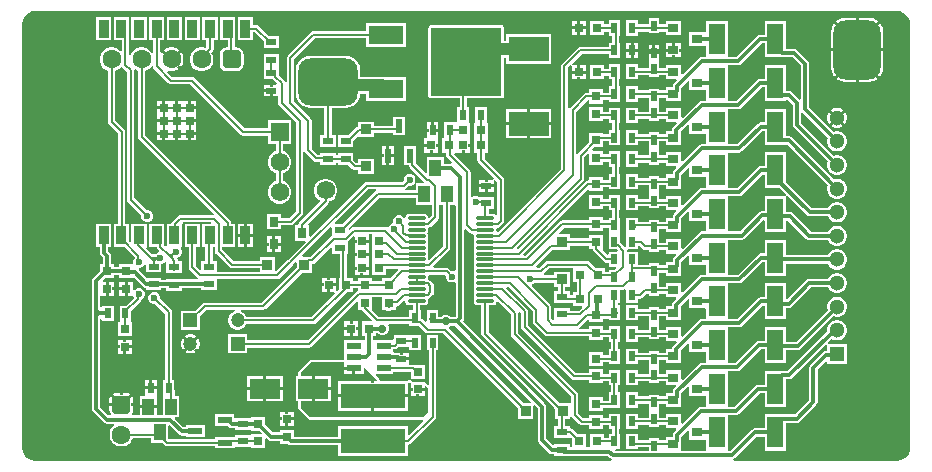
<source format=gbr>
%TF.GenerationSoftware,Altium Limited,Altium Designer,24.5.1 (21)*%
G04 Layer_Physical_Order=1*
G04 Layer_Color=255*
%FSLAX45Y45*%
%MOMM*%
%TF.SameCoordinates,A56B3D6E-D5BE-476E-BB8E-EB53D717D8A4*%
%TF.FilePolarity,Positive*%
%TF.FileFunction,Copper,L1,Top,Signal*%
%TF.Part,Single*%
G01*
G75*
%TA.AperFunction,SMDPad,CuDef*%
%ADD10R,0.95000X0.90000*%
%TA.AperFunction,BGAPad,CuDef*%
%ADD11R,0.70000X0.70000*%
%TA.AperFunction,ConnectorPad*%
%ADD12R,0.90000X1.50000*%
%TA.AperFunction,SMDPad,CuDef*%
%ADD13R,0.60000X0.90000*%
G04:AMPARAMS|DCode=14|XSize=1.5mm|YSize=0.3mm|CornerRadius=0.0495mm|HoleSize=0mm|Usage=FLASHONLY|Rotation=0.000|XOffset=0mm|YOffset=0mm|HoleType=Round|Shape=RoundedRectangle|*
%AMROUNDEDRECTD14*
21,1,1.50000,0.20100,0,0,0.0*
21,1,1.40100,0.30000,0,0,0.0*
1,1,0.09900,0.70050,-0.10050*
1,1,0.09900,-0.70050,-0.10050*
1,1,0.09900,-0.70050,0.10050*
1,1,0.09900,0.70050,0.10050*
%
%ADD14ROUNDEDRECTD14*%
%ADD15R,0.90000X0.60000*%
%ADD16R,0.80000X0.90000*%
%ADD17R,1.20000X0.60000*%
%ADD18R,2.60000X1.70000*%
%ADD19R,5.49999X2.15000*%
%ADD20R,0.80000X0.80000*%
%ADD21R,0.80000X0.80000*%
%ADD22R,1.25000X0.60000*%
%ADD23R,2.99999X1.60000*%
%AMCUSTOMSHAPE24*
4,1,4,3.00000,-2.89999,3.00000,2.89999,-3.00000,2.89999,-3.00000,-2.89999,3.00000,-2.89999,0.0*%
%ADD24CUSTOMSHAPE24*%

%ADD25R,0.60000X1.20000*%
%ADD26R,1.00000X1.40000*%
%ADD27R,0.90000X0.80000*%
%ADD28R,0.50000X0.90000*%
%ADD29R,1.40000X2.65000*%
G04:AMPARAMS|DCode=30|XSize=4mm|YSize=5mm|CornerRadius=1mm|HoleSize=0mm|Usage=FLASHONLY|Rotation=0.000|XOffset=0mm|YOffset=0mm|HoleType=Round|Shape=RoundedRectangle|*
%AMROUNDEDRECTD30*
21,1,4.00000,3.00000,0,0,0.0*
21,1,2.00000,5.00000,0,0,0.0*
1,1,2.00000,1.00000,-1.50000*
1,1,2.00000,-1.00000,-1.50000*
1,1,2.00000,-1.00000,1.50000*
1,1,2.00000,1.00000,1.50000*
%
%ADD30ROUNDEDRECTD30*%
%ADD31R,0.90000X0.95000*%
%ADD32R,3.40000X2.10000*%
G04:AMPARAMS|DCode=33|XSize=4mm|YSize=5mm|CornerRadius=1mm|HoleSize=0mm|Usage=FLASHONLY|Rotation=90.000|XOffset=0mm|YOffset=0mm|HoleType=Round|Shape=RoundedRectangle|*
%AMROUNDEDRECTD33*
21,1,4.00000,3.00000,0,0,90.0*
21,1,2.00000,5.00000,0,0,90.0*
1,1,2.00000,1.50000,1.00000*
1,1,2.00000,1.50000,-1.00000*
1,1,2.00000,-1.50000,-1.00000*
1,1,2.00000,-1.50000,1.00000*
%
%ADD33ROUNDEDRECTD33*%
%TA.AperFunction,Conductor*%
%ADD34C,0.30000*%
%ADD35C,0.20000*%
%ADD36C,1.00000*%
%TA.AperFunction,ComponentPad*%
%ADD37C,1.60000*%
G04:AMPARAMS|DCode=38|XSize=1.6mm|YSize=1.6mm|CornerRadius=0.4mm|HoleSize=0mm|Usage=FLASHONLY|Rotation=180.000|XOffset=0mm|YOffset=0mm|HoleType=Round|Shape=RoundedRectangle|*
%AMROUNDEDRECTD38*
21,1,1.60000,0.80000,0,0,180.0*
21,1,0.80000,1.60000,0,0,180.0*
1,1,0.80000,-0.40000,0.40000*
1,1,0.80000,0.40000,0.40000*
1,1,0.80000,0.40000,-0.40000*
1,1,0.80000,-0.40000,-0.40000*
%
%ADD38ROUNDEDRECTD38*%
%ADD39C,1.20000*%
%ADD40R,1.20000X1.20000*%
G04:AMPARAMS|DCode=41|XSize=1.6mm|YSize=1.6mm|CornerRadius=0.4mm|HoleSize=0mm|Usage=FLASHONLY|Rotation=270.000|XOffset=0mm|YOffset=0mm|HoleType=Round|Shape=RoundedRectangle|*
%AMROUNDEDRECTD41*
21,1,1.60000,0.80000,0,0,270.0*
21,1,0.80000,1.60000,0,0,270.0*
1,1,0.80000,-0.40000,-0.40000*
1,1,0.80000,-0.40000,0.40000*
1,1,0.80000,0.40000,0.40000*
1,1,0.80000,0.40000,-0.40000*
%
%ADD41ROUNDEDRECTD41*%
%ADD42R,1.30000X1.30000*%
%ADD43C,1.30000*%
%ADD44C,1.57000*%
%ADD45R,1.57000X1.57000*%
%TA.AperFunction,ViaPad*%
%ADD46C,0.60000*%
%ADD47C,0.70000*%
G36*
X15857501Y8837500D02*
X15999052D01*
X16002501Y8836814D01*
X16092719D01*
X16164314Y8765218D01*
Y8483972D01*
X16151614Y8478854D01*
X16087662Y8542807D01*
X16076083Y8550543D01*
X16062427Y8553260D01*
X16037502D01*
Y8772500D01*
X15857501D01*
Y8655686D01*
X15817500D01*
X15803844Y8652969D01*
X15792267Y8645234D01*
X15617719Y8470686D01*
X15542500D01*
Y8769314D01*
X15632501D01*
X15646156Y8772031D01*
X15657735Y8779766D01*
X15832281Y8954314D01*
X15857501D01*
Y8837500D01*
D02*
G37*
G36*
X15220001Y8632940D02*
Y8560000D01*
X15350002D01*
Y8560000D01*
X15362502Y8559518D01*
Y8470686D01*
X15325002D01*
X15311343Y8467969D01*
X15299767Y8460234D01*
X15161734Y8322201D01*
X15150002Y8327061D01*
Y8405000D01*
X15020001D01*
Y8375588D01*
X14965001D01*
Y8428699D01*
X14965001D01*
Y8441301D01*
X14965001D01*
Y8494412D01*
X15020001D01*
Y8465000D01*
X15150002D01*
Y8546551D01*
X15150687Y8550000D01*
Y8580219D01*
X15208269Y8637800D01*
X15220001Y8632940D01*
D02*
G37*
G36*
Y8262940D02*
Y8190000D01*
X15350002D01*
Y8190000D01*
X15362502Y8189518D01*
Y8100686D01*
X15322501D01*
X15308846Y8097969D01*
X15297267Y8090234D01*
X15161734Y7954700D01*
X15150002Y7959561D01*
Y8035000D01*
X15020001D01*
Y8005588D01*
X14965001D01*
Y8058699D01*
X14965001D01*
Y8071301D01*
X14965001D01*
Y8124412D01*
X15020001D01*
Y8095000D01*
X15150002D01*
Y8209533D01*
X15208269Y8267800D01*
X15220001Y8262940D01*
D02*
G37*
G36*
X17006886Y9224713D02*
X17028030Y9215955D01*
X17047060Y9203241D01*
X17063242Y9187058D01*
X17075955Y9168031D01*
X17084714Y9146887D01*
X17089177Y9124442D01*
Y9113000D01*
Y5537000D01*
Y5525558D01*
X17084714Y5503113D01*
X17075955Y5481970D01*
X17063242Y5462941D01*
X17047058Y5446758D01*
X17028030Y5434045D01*
X17006886Y5425287D01*
X16984444Y5420823D01*
X15593422D01*
X15591206Y5433331D01*
X15602785Y5441067D01*
X15786032Y5624314D01*
X15857501D01*
Y5507500D01*
X16037502D01*
Y5741815D01*
X16127501D01*
X16141158Y5744531D01*
X16152734Y5752267D01*
X16295235Y5894766D01*
X16302969Y5906344D01*
X16305685Y5920000D01*
Y6195219D01*
X16373268Y6262800D01*
X16385001Y6257940D01*
Y6240000D01*
X16555000D01*
Y6410000D01*
X16395929D01*
X16390668Y6422700D01*
X16422337Y6454369D01*
X16437192Y6445793D01*
X16458810Y6440000D01*
X16481190D01*
X16502811Y6445793D01*
X16522192Y6456983D01*
X16538017Y6472809D01*
X16549208Y6492191D01*
X16555000Y6513810D01*
Y6536191D01*
X16549208Y6557809D01*
X16538017Y6577191D01*
X16522192Y6593017D01*
X16502811Y6604208D01*
X16481190Y6610000D01*
X16458810D01*
X16437192Y6604208D01*
X16417810Y6593017D01*
X16401984Y6577191D01*
X16390793Y6557809D01*
X16385001Y6536191D01*
Y6517967D01*
X16050220Y6183186D01*
X16002501D01*
X15999052Y6182500D01*
X15857501D01*
Y6065686D01*
X15802501D01*
X15788844Y6062969D01*
X15777267Y6055234D01*
X15597719Y5875686D01*
X15554449D01*
X15542500Y5877500D01*
Y6179314D01*
X15625002D01*
X15638657Y6182031D01*
X15650233Y6189766D01*
X15824782Y6364314D01*
X15857501D01*
Y6247500D01*
X16037502D01*
Y6354314D01*
X16135001D01*
X16148657Y6357031D01*
X16160234Y6364766D01*
X16440401Y6644933D01*
X16458810Y6640000D01*
X16481190D01*
X16502811Y6645793D01*
X16522192Y6656983D01*
X16538017Y6672809D01*
X16549208Y6692191D01*
X16555000Y6713810D01*
Y6736190D01*
X16549208Y6757809D01*
X16538017Y6777191D01*
X16522192Y6793017D01*
X16502811Y6804207D01*
X16481190Y6810000D01*
X16458810D01*
X16437192Y6804207D01*
X16417810Y6793017D01*
X16401984Y6777191D01*
X16390793Y6757809D01*
X16385001Y6736190D01*
Y6713810D01*
X16389934Y6695400D01*
X16120219Y6425686D01*
X16037502D01*
Y6552500D01*
X15857501D01*
Y6435686D01*
X15810001D01*
X15796344Y6432969D01*
X15784767Y6425234D01*
X15610219Y6250686D01*
X15542500D01*
Y6549314D01*
X15640001D01*
X15653658Y6552031D01*
X15665234Y6559766D01*
X15839783Y6734314D01*
X15857501D01*
Y6617500D01*
X16037502D01*
Y6714314D01*
X16060001D01*
X16073657Y6717031D01*
X16085234Y6724766D01*
X16249782Y6889314D01*
X16392455D01*
X16401984Y6872809D01*
X16417810Y6856983D01*
X16437192Y6845793D01*
X16458810Y6840000D01*
X16481190D01*
X16502811Y6845793D01*
X16522192Y6856983D01*
X16538017Y6872809D01*
X16549208Y6892191D01*
X16555000Y6913810D01*
Y6936191D01*
X16549208Y6957809D01*
X16538017Y6977191D01*
X16522192Y6993017D01*
X16502811Y7004207D01*
X16481190Y7010000D01*
X16458810D01*
X16437192Y7004207D01*
X16417810Y6993017D01*
X16401984Y6977191D01*
X16392455Y6960686D01*
X16235001D01*
X16221344Y6957969D01*
X16209767Y6950234D01*
X16050201Y6790667D01*
X16037502Y6795928D01*
Y6922500D01*
X15857501D01*
Y6805686D01*
X15825002D01*
X15811343Y6802969D01*
X15799767Y6795234D01*
X15625220Y6620686D01*
X15542500D01*
Y6921814D01*
X15642500D01*
X15656157Y6924531D01*
X15667734Y6932266D01*
X15839783Y7104314D01*
X15857501D01*
Y6987500D01*
X16037502D01*
Y7089314D01*
X16392455D01*
X16401984Y7072809D01*
X16417810Y7056983D01*
X16437192Y7045793D01*
X16458810Y7040000D01*
X16481190D01*
X16502811Y7045793D01*
X16522192Y7056983D01*
X16538017Y7072809D01*
X16549208Y7092191D01*
X16555000Y7113809D01*
Y7136190D01*
X16549208Y7157809D01*
X16538017Y7177191D01*
X16522192Y7193017D01*
X16502811Y7204207D01*
X16481190Y7210000D01*
X16458810D01*
X16437192Y7204207D01*
X16417810Y7193017D01*
X16401984Y7177191D01*
X16392455Y7160686D01*
X16037502D01*
Y7292500D01*
X15857501D01*
Y7175686D01*
X15825002D01*
X15811343Y7172969D01*
X15799767Y7165234D01*
X15627719Y6993186D01*
X15542500D01*
Y7291814D01*
X15665001D01*
X15678658Y7294531D01*
X15690234Y7302266D01*
X15844801Y7456833D01*
X15857501Y7451573D01*
Y7357500D01*
X16037502D01*
Y7454314D01*
X16055219D01*
X16209767Y7299766D01*
X16221344Y7292031D01*
X16235001Y7289314D01*
X16392455D01*
X16401984Y7272809D01*
X16417810Y7256983D01*
X16437192Y7245793D01*
X16458810Y7240000D01*
X16481190D01*
X16502811Y7245793D01*
X16522192Y7256983D01*
X16538017Y7272809D01*
X16549208Y7292191D01*
X16555000Y7313810D01*
Y7336191D01*
X16549208Y7357809D01*
X16538017Y7377191D01*
X16522192Y7393017D01*
X16502811Y7404207D01*
X16481190Y7410000D01*
X16458810D01*
X16437192Y7404207D01*
X16417810Y7393017D01*
X16401984Y7377191D01*
X16392455Y7360686D01*
X16249782D01*
X16095235Y7515234D01*
X16083656Y7522969D01*
X16070001Y7525686D01*
X16037502D01*
Y7659072D01*
X16048904Y7665629D01*
X16214767Y7499766D01*
X16226344Y7492031D01*
X16240001Y7489314D01*
X16392455D01*
X16401984Y7472809D01*
X16417810Y7456983D01*
X16437192Y7445793D01*
X16458810Y7440000D01*
X16481190D01*
X16502811Y7445793D01*
X16522192Y7456983D01*
X16538017Y7472809D01*
X16549208Y7492191D01*
X16555000Y7513809D01*
Y7536190D01*
X16549208Y7557809D01*
X16538017Y7577191D01*
X16522192Y7593017D01*
X16502811Y7604207D01*
X16481190Y7610000D01*
X16458810D01*
X16437192Y7604207D01*
X16417810Y7593017D01*
X16401984Y7577191D01*
X16392455Y7560686D01*
X16254784D01*
X16037502Y7777967D01*
Y8032500D01*
X15857501D01*
Y7915686D01*
X15827501D01*
X15813844Y7912969D01*
X15802267Y7905234D01*
X15627719Y7730686D01*
X15542500D01*
Y8029314D01*
X15637502D01*
X15651157Y8032031D01*
X15662733Y8039766D01*
X15837282Y8214314D01*
X15857501D01*
Y8097500D01*
X15999052D01*
X16002501Y8096814D01*
X16047719D01*
X16389934Y7754600D01*
X16385001Y7736191D01*
Y7713810D01*
X16390793Y7692191D01*
X16401984Y7672809D01*
X16417810Y7656983D01*
X16437192Y7645793D01*
X16458810Y7640000D01*
X16481190D01*
X16502811Y7645793D01*
X16522192Y7656983D01*
X16538017Y7672809D01*
X16549208Y7692191D01*
X16555000Y7713810D01*
Y7736191D01*
X16549208Y7757809D01*
X16538017Y7777191D01*
X16522192Y7793017D01*
X16502811Y7804207D01*
X16481190Y7810000D01*
X16458810D01*
X16440401Y7805067D01*
X16087735Y8157733D01*
X16076157Y8165469D01*
X16062502Y8168186D01*
X16037502D01*
Y8402500D01*
X15857501D01*
Y8285686D01*
X15822501D01*
X15808844Y8282969D01*
X15797267Y8275234D01*
X15622719Y8100686D01*
X15542500D01*
Y8399314D01*
X15632500D01*
X15646156Y8402031D01*
X15657735Y8409766D01*
X15832281Y8584314D01*
X15857501D01*
Y8467500D01*
X16037502D01*
Y8475720D01*
X16050201Y8479333D01*
X16094315Y8435219D01*
Y8265000D01*
X16097032Y8251344D01*
X16104767Y8239767D01*
X16389934Y7954600D01*
X16385001Y7936191D01*
Y7913810D01*
X16390793Y7892191D01*
X16401984Y7872809D01*
X16417810Y7856983D01*
X16437192Y7845793D01*
X16458810Y7840000D01*
X16481190D01*
X16502811Y7845793D01*
X16522192Y7856983D01*
X16538017Y7872809D01*
X16549208Y7892191D01*
X16555000Y7913810D01*
Y7936191D01*
X16549208Y7957809D01*
X16538017Y7977191D01*
X16522192Y7993017D01*
X16502811Y8004208D01*
X16481190Y8010000D01*
X16458810D01*
X16440401Y8005067D01*
X16165686Y8279782D01*
Y8361028D01*
X16178386Y8366147D01*
X16389934Y8154600D01*
X16385001Y8136190D01*
Y8113810D01*
X16390793Y8092191D01*
X16401984Y8072809D01*
X16417810Y8056983D01*
X16437192Y8045793D01*
X16458810Y8040000D01*
X16481190D01*
X16502811Y8045793D01*
X16522192Y8056983D01*
X16538017Y8072809D01*
X16549208Y8092191D01*
X16555000Y8113810D01*
Y8136190D01*
X16549208Y8157809D01*
X16538017Y8177191D01*
X16522192Y8193017D01*
X16502811Y8204207D01*
X16481190Y8210000D01*
X16458810D01*
X16440401Y8205067D01*
X16235686Y8409782D01*
Y8780000D01*
X16232970Y8793656D01*
X16225233Y8805234D01*
X16132735Y8897734D01*
X16121156Y8905469D01*
X16107501Y8908186D01*
X16037502D01*
Y9142500D01*
X15857501D01*
Y9025686D01*
X15817500D01*
X15803844Y9022969D01*
X15792267Y9015234D01*
X15617719Y8840686D01*
X15542500D01*
Y9142500D01*
X15362502D01*
Y9050482D01*
X15350002Y9050000D01*
Y9050000D01*
X15220001D01*
Y8930000D01*
X15350002D01*
Y8930000D01*
X15362502Y8929518D01*
Y8840686D01*
X15325002D01*
X15311343Y8837969D01*
X15299767Y8830234D01*
X15161734Y8692201D01*
X15150002Y8697061D01*
Y8775000D01*
X15020001D01*
Y8745588D01*
X14965001D01*
Y8798600D01*
X14965001Y8798700D01*
Y8811300D01*
X14965001Y8811400D01*
Y8863600D01*
X14942712D01*
Y8889000D01*
X14965001D01*
Y8941300D01*
X14932701D01*
Y8919012D01*
X14907301D01*
Y8941300D01*
X14875002D01*
Y8889000D01*
X14897289D01*
Y8863600D01*
X14875002D01*
Y8811400D01*
X14875002Y8811300D01*
Y8798700D01*
X14875002Y8798600D01*
Y8745588D01*
X14785001D01*
Y8780000D01*
X14685001D01*
Y8650000D01*
X14785001D01*
Y8684412D01*
X14875002D01*
Y8668700D01*
X14965001D01*
Y8684412D01*
X15020001D01*
Y8655000D01*
X15107941D01*
X15112801Y8643267D01*
X15089767Y8620234D01*
X15082031Y8608657D01*
X15079315Y8595000D01*
Y8585000D01*
X15020001D01*
Y8555588D01*
X14965001D01*
Y8571300D01*
X14875002D01*
Y8555588D01*
X14785001D01*
Y8590000D01*
X14685001D01*
Y8460000D01*
X14785001D01*
Y8494412D01*
X14875002D01*
Y8441301D01*
X14875000D01*
Y8428699D01*
X14875002D01*
Y8375588D01*
X14785001D01*
Y8410000D01*
X14685001D01*
Y8280000D01*
X14785001D01*
Y8314412D01*
X14875002D01*
Y8298700D01*
X14965001D01*
Y8314412D01*
X15020001D01*
Y8285000D01*
X15107941D01*
X15112801Y8273267D01*
X15084087Y8244553D01*
X15076350Y8232976D01*
X15073634Y8219320D01*
Y8215000D01*
X15020001D01*
Y8185588D01*
X14965001D01*
Y8201300D01*
X14875002D01*
Y8185588D01*
X14785001D01*
Y8220000D01*
X14685001D01*
Y8090000D01*
X14785001D01*
Y8124412D01*
X14875002D01*
Y8071301D01*
X14875000D01*
Y8058699D01*
X14875002D01*
Y8005588D01*
X14785001D01*
Y8040000D01*
X14685001D01*
Y7910000D01*
X14785001D01*
Y7944412D01*
X14875002D01*
Y7928700D01*
X14965001D01*
Y7944412D01*
X15020001D01*
Y7915000D01*
X15105440D01*
X15110300Y7903267D01*
X15089767Y7882734D01*
X15082031Y7871156D01*
X15079315Y7857500D01*
Y7845000D01*
X15020001D01*
Y7815588D01*
X14965001D01*
Y7831300D01*
X14875002D01*
Y7815588D01*
X14785001D01*
Y7850000D01*
X14685001D01*
Y7720000D01*
X14785001D01*
Y7754412D01*
X14875002D01*
Y7701301D01*
X14875000D01*
Y7688699D01*
X14875002D01*
Y7635588D01*
X14785001D01*
Y7670000D01*
X14685001D01*
Y7540000D01*
X14785001D01*
Y7574412D01*
X14875002D01*
Y7558700D01*
X14965001D01*
Y7574412D01*
X15020001D01*
Y7545000D01*
X15105440D01*
X15110300Y7533267D01*
X15089767Y7512734D01*
X15082031Y7501156D01*
X15079315Y7487500D01*
Y7475000D01*
X15020001D01*
Y7445588D01*
X14965001D01*
Y7461300D01*
X14875002D01*
Y7445588D01*
X14785001D01*
Y7480000D01*
X14685001D01*
Y7350001D01*
X14685001D01*
Y7339999D01*
X14685001D01*
Y7236218D01*
X14672301Y7230957D01*
X14636630Y7266629D01*
X14635001Y7267717D01*
Y7339999D01*
X14635001D01*
Y7350001D01*
X14635001D01*
Y7480000D01*
X14625587D01*
Y7540000D01*
X14635001D01*
Y7670000D01*
X14535001D01*
Y7635588D01*
X14489999D01*
Y7675000D01*
X14370001D01*
Y7555000D01*
X14489999D01*
Y7574412D01*
X14535001D01*
Y7540000D01*
X14564413D01*
Y7480000D01*
X14535001D01*
Y7455588D01*
X14489999D01*
Y7485000D01*
X14370001D01*
Y7455588D01*
X14145001D01*
X14145000Y7455588D01*
X14133295Y7453259D01*
X14123370Y7446629D01*
X13832330Y7155588D01*
X13815439D01*
X13810579Y7167321D01*
X14358267Y7715010D01*
X14370001Y7710149D01*
Y7705000D01*
X14489999D01*
Y7734413D01*
X14535001D01*
Y7720000D01*
X14635001D01*
Y7850000D01*
X14625587D01*
Y7910000D01*
X14635001D01*
Y8040000D01*
X14535001D01*
Y8015588D01*
X14489999D01*
Y8045000D01*
X14399852D01*
X14394992Y8056733D01*
X14413258Y8075000D01*
X14489999D01*
Y8124412D01*
X14535001D01*
Y8090000D01*
X14635001D01*
Y8220000D01*
X14625587D01*
Y8280000D01*
X14635001D01*
Y8410000D01*
X14535001D01*
Y8375588D01*
X14489999D01*
Y8415000D01*
X14370001D01*
Y8295000D01*
X14489999D01*
Y8314412D01*
X14535001D01*
Y8280000D01*
X14564413D01*
Y8220000D01*
X14535001D01*
Y8185588D01*
X14489999D01*
Y8195000D01*
X14370001D01*
Y8118258D01*
X14278371Y8026628D01*
X14273288Y8019020D01*
X14261961Y8020587D01*
X14260588Y8021133D01*
Y8377330D01*
X14357301Y8474043D01*
X14370001Y8473521D01*
Y8445000D01*
X14489999D01*
Y8474412D01*
X14535001D01*
Y8460000D01*
X14635001D01*
Y8590000D01*
X14625587D01*
Y8650000D01*
X14635001D01*
Y8780000D01*
X14535001D01*
Y8740588D01*
X14495000D01*
Y8770000D01*
X14375002D01*
Y8650000D01*
X14495000D01*
Y8679412D01*
X14535001D01*
Y8650000D01*
X14564413D01*
Y8590000D01*
X14535001D01*
Y8535588D01*
X14489999D01*
Y8565000D01*
X14370001D01*
Y8535588D01*
X14345001D01*
X14345000Y8535588D01*
X14333295Y8533259D01*
X14323370Y8526629D01*
X14323370Y8526628D01*
X14208371Y8411629D01*
X14203288Y8404021D01*
X14191962Y8405588D01*
X14190588Y8406133D01*
Y8747330D01*
X14212302Y8769043D01*
X14225000Y8763782D01*
X14225002Y8759876D01*
Y8722700D01*
X14247289D01*
Y8697300D01*
X14225002D01*
Y8650000D01*
X14272301D01*
Y8672288D01*
X14297701D01*
Y8650000D01*
X14345001D01*
Y8697300D01*
X14322713D01*
Y8722700D01*
X14345001D01*
Y8770000D01*
X14297701D01*
Y8747712D01*
X14272301D01*
Y8770000D01*
X14235378D01*
X14231218Y8770000D01*
X14225958Y8782700D01*
X14307671Y8864412D01*
X14535001D01*
Y8830000D01*
X14635001D01*
Y8960000D01*
X14625587D01*
Y9020000D01*
X14635001D01*
Y9150000D01*
X14535001D01*
Y9115588D01*
X14495000D01*
Y9145000D01*
X14375002D01*
Y9025000D01*
X14495000D01*
Y9054412D01*
X14535001D01*
Y9020000D01*
X14564413D01*
Y8960000D01*
X14535001D01*
Y8925588D01*
X14295001D01*
X14295000Y8925588D01*
X14283295Y8923259D01*
X14273370Y8916629D01*
X14138371Y8781629D01*
X14131741Y8771705D01*
X14129411Y8760000D01*
X14129411Y8759999D01*
Y7892670D01*
X13597629Y7360887D01*
X13589648Y7363558D01*
X13585487Y7366707D01*
Y7385050D01*
X13590138Y7390716D01*
X13595000Y7394412D01*
X13606705Y7396741D01*
X13616629Y7403371D01*
X13644128Y7430871D01*
X13644128Y7430871D01*
X13650758Y7440795D01*
X13653088Y7452500D01*
Y7797500D01*
X13650758Y7809205D01*
X13644128Y7819129D01*
X13485587Y7977670D01*
Y8030000D01*
X13514999D01*
Y8149999D01*
X13514999D01*
Y8160001D01*
X13514999D01*
Y8280000D01*
X13505000Y8285000D01*
Y8415000D01*
X13405000D01*
Y8285000D01*
X13395000Y8280000D01*
Y8160001D01*
X13395000D01*
Y8149999D01*
X13395000D01*
Y8030000D01*
X13424413D01*
Y7965002D01*
X13424413Y7965000D01*
X13426740Y7953295D01*
X13433371Y7943371D01*
X13564043Y7812700D01*
X13558781Y7800000D01*
X13554877Y7800000D01*
X13512700D01*
Y7777712D01*
X13487300D01*
Y7800000D01*
X13435001D01*
Y7762700D01*
X13457288D01*
Y7737300D01*
X13435001D01*
Y7700000D01*
X13487300D01*
Y7722288D01*
X13512700D01*
Y7700000D01*
X13564999D01*
Y7737300D01*
X13542712D01*
Y7762700D01*
X13564999D01*
Y7789624D01*
X13564999Y7793782D01*
X13577699Y7799043D01*
X13591911Y7784830D01*
Y7505132D01*
X13579211Y7501280D01*
X13578038Y7503038D01*
X13569785Y7508552D01*
X13560049Y7510489D01*
X13520589D01*
Y7550000D01*
X13564999D01*
Y7650000D01*
X13440710D01*
X13438322Y7652388D01*
X13419946Y7660000D01*
X13400053D01*
X13381677Y7652388D01*
X13380309Y7651019D01*
X13367609Y7656280D01*
Y7862978D01*
X13367609Y7862979D01*
X13365280Y7874685D01*
X13358650Y7884608D01*
X13225958Y8017300D01*
X13231218Y8030000D01*
X13245000Y8030000D01*
X13257700Y8030000D01*
X13292300D01*
Y8052288D01*
X13317700D01*
Y8030000D01*
X13364999D01*
Y8077300D01*
X13342712D01*
Y8102700D01*
X13364999D01*
Y8147300D01*
X13364999Y8150000D01*
Y8160000D01*
X13364999Y8162700D01*
X13364999Y8280000D01*
X13355000Y8286518D01*
X13355000Y8292700D01*
Y8415000D01*
X13335588D01*
Y8488102D01*
X13629799D01*
X13637604Y8489654D01*
X13644218Y8494074D01*
X13648639Y8500690D01*
X13650191Y8508494D01*
Y8834396D01*
X13670000D01*
Y8780000D01*
X14050000D01*
Y9030000D01*
X13670000D01*
Y8975604D01*
X13650191D01*
Y9088493D01*
X13648639Y9096296D01*
X13644218Y9102912D01*
X13637604Y9107332D01*
X13629799Y9108884D01*
X13029799D01*
X13021996Y9107332D01*
X13015379Y9102912D01*
X13010959Y9096296D01*
X13009407Y9088493D01*
Y8508494D01*
X13010959Y8500690D01*
X13015379Y8494074D01*
X13021996Y8489654D01*
X13029799Y8488102D01*
X13274413D01*
Y8415000D01*
X13255000D01*
Y8291518D01*
X13245000Y8285000D01*
X13242300Y8285000D01*
X13145000D01*
Y8155000D01*
X13134370Y8150000D01*
X13125000D01*
Y8030000D01*
X13159412D01*
Y8010001D01*
X13159412Y8010000D01*
X13161742Y7998295D01*
X13168372Y7988371D01*
X13210121Y7946621D01*
X13203865Y7934917D01*
X13200000Y7935686D01*
X13139999D01*
Y7990000D01*
X13000000D01*
Y7859851D01*
X12988268Y7854991D01*
X12905588Y7937670D01*
Y7985000D01*
X12905000Y7987955D01*
Y8085000D01*
X12805000D01*
Y7925000D01*
X12844412D01*
X12846741Y7913295D01*
X12853371Y7903372D01*
X12974043Y7782700D01*
X12968782Y7770000D01*
X12905000D01*
Y7710588D01*
X12816133D01*
X12815588Y7711961D01*
X12814021Y7723288D01*
X12821629Y7728371D01*
X12843259Y7750000D01*
X12859946D01*
X12878323Y7757612D01*
X12892387Y7771677D01*
X12900000Y7790054D01*
Y7809946D01*
X12892387Y7828323D01*
X12878323Y7842388D01*
X12859946Y7850000D01*
X12840054D01*
X12821677Y7842388D01*
X12807613Y7828323D01*
X12800000Y7809946D01*
Y7793258D01*
X12787330Y7780588D01*
X12490000D01*
X12478295Y7778259D01*
X12468371Y7771629D01*
X12468371Y7771628D01*
X12011733Y7314991D01*
X12000000Y7319851D01*
Y7415000D01*
X11994851D01*
X11989991Y7426733D01*
X12161628Y7598371D01*
X12161629Y7598371D01*
X12168259Y7608295D01*
X12169794Y7616009D01*
X12178020Y7618213D01*
X12200481Y7631181D01*
X12218820Y7649520D01*
X12231787Y7671981D01*
X12238500Y7697032D01*
Y7722968D01*
X12231787Y7748020D01*
X12218820Y7770481D01*
X12200481Y7788820D01*
X12178020Y7801787D01*
X12152968Y7808500D01*
X12127032D01*
X12101981Y7801787D01*
X12079520Y7788820D01*
X12061181Y7770481D01*
X12048213Y7748020D01*
X12041500Y7722968D01*
Y7697032D01*
X12048213Y7671981D01*
X12061181Y7649520D01*
X12079520Y7631181D01*
X12088493Y7626000D01*
X12090151Y7613408D01*
X11918371Y7441629D01*
X11911741Y7431705D01*
X11909412Y7420000D01*
X11898641Y7415000D01*
X11880000D01*
Y7285000D01*
X11965149D01*
X11970009Y7273267D01*
X11818372Y7121629D01*
X11818371Y7121629D01*
X11722700Y7025957D01*
X11710000Y7031218D01*
Y7147500D01*
X11580000D01*
Y7110588D01*
X11362670D01*
X11265588Y7207670D01*
Y7234000D01*
X11375000D01*
Y7424000D01*
X11340588D01*
Y7437687D01*
X11340588Y7437689D01*
X11338259Y7449394D01*
X11331629Y7459318D01*
X10612588Y8178359D01*
Y8724668D01*
X10620598Y8726815D01*
X10643401Y8739980D01*
X10662020Y8758599D01*
X10666712Y8766727D01*
X10679412Y8763324D01*
Y8760001D01*
X10679412Y8760000D01*
X10681741Y8748294D01*
X10688371Y8738371D01*
X10808371Y8618371D01*
X10818295Y8611741D01*
X10830000Y8609412D01*
X10995330D01*
X11422371Y8182372D01*
X11422371Y8182371D01*
X11432295Y8175741D01*
X11444000Y8173412D01*
X11444001Y8173412D01*
X11651500D01*
Y8105500D01*
X11719412D01*
Y8043779D01*
X11711981Y8041787D01*
X11689520Y8028820D01*
X11671181Y8010481D01*
X11658213Y7988020D01*
X11651500Y7962968D01*
Y7937032D01*
X11658213Y7911981D01*
X11671181Y7889520D01*
X11689520Y7871181D01*
X11711981Y7858213D01*
X11719412Y7856222D01*
Y7789779D01*
X11711981Y7787787D01*
X11689520Y7774820D01*
X11671181Y7756481D01*
X11658213Y7734020D01*
X11651500Y7708968D01*
Y7683032D01*
X11658213Y7657981D01*
X11671181Y7635520D01*
X11689520Y7617181D01*
X11711981Y7604213D01*
X11737032Y7597500D01*
X11762968D01*
X11788020Y7604213D01*
X11810481Y7617181D01*
X11828820Y7635520D01*
X11841787Y7657981D01*
X11848500Y7683032D01*
Y7708968D01*
X11841787Y7734020D01*
X11828820Y7756481D01*
X11810481Y7774820D01*
X11788020Y7787787D01*
X11780588Y7789779D01*
Y7856222D01*
X11788020Y7858213D01*
X11810481Y7871181D01*
X11828820Y7889520D01*
X11841787Y7911981D01*
X11848500Y7937032D01*
Y7962968D01*
X11841787Y7988020D01*
X11828820Y8010481D01*
X11810481Y8028820D01*
X11788020Y8041787D01*
X11780588Y8043779D01*
Y8105500D01*
X11848500D01*
Y8302500D01*
X11651500D01*
Y8234588D01*
X11456670D01*
X11029629Y8661629D01*
X11019705Y8668259D01*
X11008000Y8670588D01*
X11007999Y8670588D01*
X10842670D01*
X10800392Y8712865D01*
X10806966Y8724252D01*
X10822835Y8720000D01*
X10849165D01*
X10874598Y8726815D01*
X10897401Y8739980D01*
X10897730Y8740309D01*
X10881257Y8756783D01*
X10899217Y8774743D01*
X10915691Y8758270D01*
X10916020Y8758599D01*
X10929185Y8781402D01*
X10936000Y8806835D01*
Y8833165D01*
X10929185Y8858598D01*
X10916020Y8881401D01*
X10915691Y8881730D01*
X10899217Y8865257D01*
X10881257Y8883217D01*
X10897730Y8899691D01*
X10897401Y8900020D01*
X10874598Y8913185D01*
X10849165Y8920000D01*
X10822835D01*
X10797402Y8913185D01*
X10774599Y8900020D01*
X10774270Y8899691D01*
X10790743Y8883217D01*
X10772783Y8865257D01*
X10756309Y8881730D01*
X10755980Y8881401D01*
X10753288Y8876738D01*
X10740588Y8880141D01*
Y8984000D01*
X10775000D01*
Y9174000D01*
X10645000D01*
Y8984000D01*
X10679412D01*
Y8876676D01*
X10666712Y8873273D01*
X10662020Y8881401D01*
X10643401Y8900020D01*
X10620598Y8913185D01*
X10595165Y8920000D01*
X10568835D01*
X10543402Y8913185D01*
X10520599Y8900020D01*
X10501980Y8881401D01*
X10488815Y8858598D01*
X10488288Y8856632D01*
X10475588Y8858303D01*
Y9043998D01*
X10475588Y9044000D01*
X10475000Y9046957D01*
Y9174000D01*
X10345000D01*
Y8984000D01*
X10414412D01*
Y8892969D01*
X10401712Y8887708D01*
X10389401Y8900020D01*
X10366598Y8913185D01*
X10341165Y8920000D01*
X10314835D01*
X10289402Y8913185D01*
X10266599Y8900020D01*
X10247980Y8881401D01*
X10234815Y8858598D01*
X10228000Y8833165D01*
Y8806835D01*
X10234815Y8781402D01*
X10247980Y8758599D01*
X10266599Y8739980D01*
X10289402Y8726815D01*
X10297412Y8724668D01*
Y8291717D01*
X10297412Y8291716D01*
X10299741Y8280010D01*
X10306371Y8270087D01*
X10381912Y8194546D01*
Y7424000D01*
X10345000D01*
Y7234000D01*
X10431742D01*
X10521759Y7143983D01*
Y7132470D01*
X10517612Y7128323D01*
X10510000Y7109946D01*
Y7097700D01*
X10510000Y7090054D01*
X10498347Y7085000D01*
X10390000D01*
Y7060686D01*
X10350000D01*
Y7085000D01*
X10324876D01*
Y7158287D01*
X10322159Y7171943D01*
X10314424Y7183521D01*
X10299876Y7198069D01*
Y7234000D01*
X10325000D01*
Y7424000D01*
X10195000D01*
Y7234000D01*
X10228504D01*
Y7183287D01*
X10231221Y7169631D01*
X10238956Y7158054D01*
X10253504Y7143506D01*
Y7085000D01*
X10230000D01*
Y7025467D01*
X10169766Y6965233D01*
X10162031Y6953656D01*
X10159314Y6940000D01*
Y6695026D01*
Y6644974D01*
Y5860000D01*
X10162031Y5846344D01*
X10169766Y5834766D01*
X10259766Y5744766D01*
X10271344Y5737031D01*
X10285000Y5734314D01*
X10345206D01*
X10347193Y5721614D01*
X10329980Y5704401D01*
X10316815Y5681598D01*
X10310000Y5656165D01*
Y5629835D01*
X10316815Y5604402D01*
X10329980Y5581599D01*
X10348599Y5562980D01*
X10371402Y5549815D01*
X10396835Y5543000D01*
X10423165D01*
X10448598Y5549815D01*
X10471401Y5562980D01*
X10490020Y5581599D01*
X10503185Y5604402D01*
X10505332Y5612412D01*
X10665000D01*
Y5570000D01*
X10761742D01*
X10778370Y5553372D01*
X10778371Y5553371D01*
X10788294Y5546740D01*
X10800000Y5544412D01*
X11205000D01*
Y5525000D01*
X11365000D01*
Y5528482D01*
X11375000Y5535000D01*
X11505000D01*
X11509961Y5524989D01*
X11629960D01*
Y5607928D01*
X11641694Y5612788D01*
X11654715Y5599767D01*
X11666293Y5592031D01*
X11679949Y5589314D01*
X11750000D01*
Y5565000D01*
X11819533D01*
X11822267Y5562266D01*
X11833845Y5554530D01*
X11847501Y5551814D01*
X12245001D01*
Y5459999D01*
X12834999D01*
Y5544470D01*
X12837500Y5556911D01*
X12849205Y5559240D01*
X12859129Y5565871D01*
X13066628Y5773370D01*
X13066629Y5773371D01*
X13073259Y5783294D01*
X13075587Y5795000D01*
Y6354999D01*
X13095000D01*
Y6484999D01*
X12995000D01*
Y6354999D01*
X13014412D01*
Y6071018D01*
X13002679Y6066158D01*
X12994420Y6074417D01*
X12994418Y6074418D01*
X12987804Y6078838D01*
X12980000Y6080391D01*
Y6085000D01*
X12879398D01*
X12878841Y6087803D01*
X12874420Y6094419D01*
X12867804Y6098839D01*
X12860001Y6100391D01*
X12835005D01*
X12833034Y6099999D01*
X12600391D01*
X12598839Y6107803D01*
X12594418Y6114419D01*
X12594418Y6114419D01*
X12565571Y6143266D01*
X12570431Y6155000D01*
X12712500D01*
Y6174412D01*
X12860001D01*
Y6115000D01*
X12980000D01*
Y6234999D01*
X12882956D01*
X12880000Y6235587D01*
X12879999Y6235587D01*
X12845000D01*
Y6272299D01*
X12822713D01*
Y6297699D01*
X12845000D01*
Y6334999D01*
X12792700D01*
Y6312711D01*
X12767300D01*
Y6334999D01*
X12715000D01*
X12712500Y6346664D01*
Y6364412D01*
X12724999D01*
X12725000Y6364412D01*
X12736705Y6366740D01*
X12746629Y6373371D01*
X12758258Y6385000D01*
X12845000D01*
Y6354999D01*
X12945000D01*
Y6484999D01*
X12845000D01*
Y6484999D01*
X12715000D01*
Y6456664D01*
X12712500Y6445000D01*
X12547500D01*
X12540686Y6454877D01*
Y6479999D01*
X12565000D01*
Y6504314D01*
X12577904D01*
X12588845Y6493373D01*
X12609060Y6485000D01*
X12630940D01*
X12651155Y6493373D01*
X12666626Y6508845D01*
X12675000Y6529060D01*
Y6550940D01*
X12668467Y6566712D01*
X12674962Y6579412D01*
X12845000D01*
Y6565000D01*
X12926743D01*
X12983371Y6508371D01*
X12993295Y6501741D01*
X13005000Y6499412D01*
X13137331D01*
X13767500Y5869243D01*
Y5772500D01*
X13897501D01*
Y5885439D01*
X13909233Y5890299D01*
X13934314Y5865218D01*
Y5600000D01*
X13937032Y5586344D01*
X13944766Y5574766D01*
X14029765Y5489766D01*
X14041344Y5482031D01*
X14055000Y5479314D01*
X14075002D01*
Y5465000D01*
X14146667D01*
X14156213Y5463101D01*
X14526831D01*
X14548866Y5441067D01*
X14560443Y5433331D01*
X14558228Y5420823D01*
X9675557D01*
X9653112Y5425287D01*
X9631970Y5434045D01*
X9612941Y5446759D01*
X9596758Y5462942D01*
X9584045Y5481969D01*
X9575287Y5503113D01*
X9570823Y5525557D01*
Y5537000D01*
Y9113000D01*
Y9124443D01*
X9575287Y9146887D01*
X9584045Y9168030D01*
X9596759Y9187059D01*
X9612942Y9203241D01*
X9631969Y9215955D01*
X9653112Y9224713D01*
X9675557Y9229177D01*
X16984442D01*
X17006886Y9224713D01*
D02*
G37*
G36*
X14370001Y8015149D02*
Y7925000D01*
X14489999D01*
Y7954412D01*
X14535001D01*
Y7910000D01*
X14564413D01*
Y7850000D01*
X14535001D01*
Y7795588D01*
X14489999D01*
Y7825000D01*
X14370001D01*
Y7795588D01*
X14364999D01*
X14353294Y7793259D01*
X14343372Y7786629D01*
X13767172Y7210430D01*
X13762361Y7211143D01*
X13757901Y7224643D01*
X14321629Y7788371D01*
X14328259Y7798295D01*
X14330588Y7810000D01*
X14330588Y7810001D01*
Y7992329D01*
X14358267Y8020009D01*
X14370001Y8015149D01*
D02*
G37*
G36*
X15220001Y7895439D02*
Y7820000D01*
X15350002D01*
Y7820000D01*
X15362502Y7819518D01*
Y7730686D01*
X15322501D01*
X15308846Y7727969D01*
X15297267Y7720234D01*
X15161734Y7584700D01*
X15150002Y7589561D01*
Y7665000D01*
X15020001D01*
Y7635588D01*
X14965001D01*
Y7688699D01*
X14965001D01*
Y7701301D01*
X14965001D01*
Y7754412D01*
X15020001D01*
Y7725000D01*
X15150002D01*
Y7806551D01*
X15150687Y7810000D01*
Y7842719D01*
X15208269Y7900300D01*
X15220001Y7895439D01*
D02*
G37*
G36*
X10416831Y8754918D02*
X10419835Y8753664D01*
X10423371Y8748371D01*
X10459412Y8712330D01*
Y7630001D01*
X10459412Y7630000D01*
X10461741Y7618295D01*
X10468371Y7608371D01*
X10580000Y7496742D01*
Y7480054D01*
X10587612Y7461677D01*
X10601677Y7447612D01*
X10620054Y7440000D01*
X10639946D01*
X10658323Y7447612D01*
X10672388Y7461677D01*
X10680000Y7480054D01*
Y7499946D01*
X10672388Y7518323D01*
X10658323Y7532388D01*
X10639946Y7540000D01*
X10623258D01*
X10520588Y7642670D01*
Y8725000D01*
X10520515Y8725363D01*
X10531849Y8733485D01*
X10543402Y8726815D01*
X10551412Y8724668D01*
Y8165690D01*
X10551412Y8165689D01*
X10553741Y8153983D01*
X10560371Y8144060D01*
X11191143Y7513288D01*
X11185883Y7500588D01*
X10910001D01*
X10910000Y7500588D01*
X10898295Y7498259D01*
X10888371Y7491629D01*
X10840871Y7444129D01*
X10834241Y7434206D01*
X10832210Y7424000D01*
X10795000D01*
Y7240178D01*
X10783844Y7234991D01*
X10775000Y7242043D01*
Y7424000D01*
X10645000D01*
Y7234000D01*
X10697006D01*
X10709232Y7232680D01*
X10711561Y7220975D01*
X10718191Y7211051D01*
X10728754Y7200489D01*
X10725099Y7186183D01*
X10712933Y7181143D01*
X10701133Y7169343D01*
X10671415D01*
X10618491Y7222267D01*
X10623351Y7234000D01*
X10625000D01*
Y7424000D01*
X10495000D01*
Y7274711D01*
X10483907Y7269972D01*
X10475000Y7277318D01*
Y7424000D01*
X10443088D01*
Y8207214D01*
X10443088Y8207215D01*
X10440759Y8218921D01*
X10434129Y8228844D01*
X10434128Y8228845D01*
X10358588Y8304386D01*
Y8724668D01*
X10366598Y8726815D01*
X10389401Y8739980D01*
X10404667Y8755246D01*
X10406611Y8755736D01*
X10416831Y8754918D01*
D02*
G37*
G36*
X12905000Y7632957D02*
X12904411Y7630000D01*
X12905000Y7627043D01*
Y7590000D01*
X13039412D01*
Y7497670D01*
X13018188Y7476446D01*
X13005489Y7481707D01*
Y7485050D01*
X13003552Y7494785D01*
X12998038Y7503038D01*
X12989784Y7508552D01*
X12980051Y7510489D01*
X12839951D01*
X12830215Y7508552D01*
X12821962Y7503038D01*
X12816447Y7494785D01*
X12814513Y7485050D01*
Y7482241D01*
X12804756Y7479088D01*
X12801813Y7478899D01*
X12788323Y7492388D01*
X12769946Y7500000D01*
X12750054D01*
X12731677Y7492388D01*
X12717612Y7478323D01*
X12710000Y7459946D01*
Y7440055D01*
X12701829Y7426593D01*
X12691677Y7422388D01*
X12677612Y7408323D01*
X12674613Y7401083D01*
X12674576Y7401038D01*
X12659081Y7396771D01*
X12656853Y7398259D01*
X12645147Y7400588D01*
X12645146Y7400588D01*
X12380001D01*
X12380000Y7400588D01*
X12368295Y7398259D01*
X12358371Y7391629D01*
X12358371Y7391628D01*
X12344056Y7377313D01*
X12330556Y7381774D01*
X12329842Y7386584D01*
X12592670Y7649412D01*
X12905000D01*
Y7632957D01*
D02*
G37*
G36*
X12564413Y7718039D02*
X12565980Y7706712D01*
X12558371Y7701629D01*
X12558371Y7701628D01*
X12281743Y7425000D01*
X12224851D01*
X12219991Y7436733D01*
X12502670Y7719412D01*
X12563867D01*
X12564413Y7718039D01*
D02*
G37*
G36*
X14535001Y7350001D02*
X14535001D01*
Y7339999D01*
X14535001D01*
Y7210000D01*
X14606683D01*
X14614029Y7201093D01*
X14609290Y7190000D01*
X14535001D01*
Y7171219D01*
X14522301Y7165958D01*
X14484991Y7203267D01*
X14489851Y7215000D01*
X14489999D01*
Y7335000D01*
X14370001D01*
Y7303088D01*
X14207500D01*
Y7337500D01*
X14117351D01*
X14112491Y7349233D01*
X14157671Y7394412D01*
X14370001D01*
Y7365000D01*
X14489999D01*
Y7394412D01*
X14535001D01*
Y7350001D01*
D02*
G37*
G36*
X15857501Y7727500D02*
X15987035D01*
X16040630Y7673904D01*
X16034073Y7662500D01*
X15857501D01*
Y7533260D01*
X15835075D01*
X15821419Y7530543D01*
X15809840Y7522808D01*
X15650220Y7363186D01*
X15542500D01*
Y7659314D01*
X15642500D01*
X15656157Y7662031D01*
X15667734Y7669766D01*
X15842282Y7844314D01*
X15857501D01*
Y7727500D01*
D02*
G37*
G36*
X15220001Y7525439D02*
Y7450000D01*
X15350002D01*
Y7450000D01*
X15362502Y7449518D01*
Y7363186D01*
X15322501D01*
X15308844Y7360469D01*
X15297267Y7352734D01*
X15161734Y7217200D01*
X15150002Y7222061D01*
Y7295000D01*
X15020001D01*
Y7265588D01*
X14965001D01*
Y7318699D01*
X14965001D01*
Y7331301D01*
X14965001D01*
Y7384412D01*
X15020001D01*
Y7355000D01*
X15150002D01*
Y7436551D01*
X15150687Y7440000D01*
Y7472719D01*
X15208269Y7530300D01*
X15220001Y7525439D01*
D02*
G37*
G36*
X14370001Y7215000D02*
X14399413D01*
X14401741Y7203295D01*
X14408372Y7193372D01*
X14495088Y7106656D01*
X14505011Y7100025D01*
X14516716Y7097697D01*
X14516718Y7097697D01*
X14535001D01*
Y7060000D01*
X14594289D01*
X14599028Y7048907D01*
X14591682Y7040000D01*
X14535001D01*
Y7020588D01*
X14505000D01*
Y7050000D01*
X14428258D01*
X14376630Y7101629D01*
X14366705Y7108259D01*
X14355000Y7110588D01*
X14354999Y7110588D01*
X14020000D01*
X14008295Y7108259D01*
X13998370Y7101629D01*
X13952330Y7055588D01*
X13925439D01*
X13920578Y7067321D01*
X14060168Y7206912D01*
X14104999D01*
X14105000Y7206912D01*
X14107957Y7207500D01*
X14207500D01*
Y7241912D01*
X14370001D01*
Y7215000D01*
D02*
G37*
G36*
X12195000Y7395149D02*
Y7326058D01*
X12188371Y7321629D01*
X12188371Y7321628D01*
X12014830Y7148088D01*
X11995001D01*
X11995000Y7148088D01*
X11992044Y7147500D01*
X11947352D01*
X11942491Y7159233D01*
X12183267Y7400009D01*
X12195000Y7395149D01*
D02*
G37*
G36*
X13134412Y7237670D02*
X13018188Y7121446D01*
X13005489Y7126707D01*
Y7135050D01*
X13003552Y7144785D01*
X13000067Y7150000D01*
X13003552Y7155215D01*
X13005489Y7164950D01*
Y7185050D01*
X13003552Y7194785D01*
X13000067Y7200000D01*
X13003552Y7205215D01*
X13005489Y7214950D01*
Y7235050D01*
X13003552Y7244785D01*
X13000067Y7250000D01*
X13003552Y7255215D01*
X13005489Y7264950D01*
Y7285050D01*
X13003552Y7294785D01*
X13000067Y7300000D01*
X13003552Y7305215D01*
X13005489Y7314950D01*
Y7335050D01*
X13003552Y7344785D01*
X13000067Y7350000D01*
X13003552Y7355215D01*
X13005489Y7364950D01*
Y7383314D01*
X13010001Y7394412D01*
X13021706Y7396741D01*
X13031628Y7403371D01*
X13091629Y7463371D01*
X13098259Y7473295D01*
X13100587Y7485000D01*
X13100587Y7485001D01*
Y7590000D01*
X13134412D01*
Y7237670D01*
D02*
G37*
G36*
X14823370Y7213372D02*
X14823372Y7213371D01*
X14833295Y7206741D01*
X14845001Y7204412D01*
X14845003Y7204412D01*
X14875002D01*
Y7188700D01*
X14965001D01*
Y7204412D01*
X15020001D01*
Y7175000D01*
X15102940D01*
X15107800Y7163267D01*
X15089767Y7145234D01*
X15082031Y7133657D01*
X15079315Y7120000D01*
Y7105000D01*
X15020001D01*
Y7075588D01*
X14965001D01*
Y7091300D01*
X14875002D01*
Y7080588D01*
X14785001D01*
Y7190000D01*
X14696391D01*
X14693607Y7199372D01*
X14701805Y7210000D01*
X14785001D01*
Y7238518D01*
X14797701Y7239042D01*
X14823370Y7213372D01*
D02*
G37*
G36*
X11173435Y7436700D02*
X11166647Y7424000D01*
X11095000D01*
Y7234000D01*
X11121912D01*
Y7115000D01*
X11087500D01*
Y7042351D01*
X11075767Y7037491D01*
X11043088Y7070170D01*
Y7234000D01*
X11075000D01*
Y7424000D01*
X10945000D01*
Y7234000D01*
X10981913D01*
Y7057501D01*
X10981912Y7057500D01*
X10984241Y7045794D01*
X10990871Y7035871D01*
X11058356Y6968386D01*
X11058356Y6968323D01*
X11054497Y6955686D01*
X10922500D01*
Y6960000D01*
X10792500D01*
Y6950686D01*
X10747500D01*
Y6965000D01*
X10627968D01*
X10555667Y7037300D01*
X10560928Y7050000D01*
X10569946D01*
X10588323Y7057612D01*
X10602388Y7071677D01*
X10604800Y7077501D01*
X10617500Y7074975D01*
Y7015000D01*
X10679546D01*
X10682500Y7014412D01*
X10685455Y7015000D01*
X10747500D01*
Y7088755D01*
X10751201D01*
X10769578Y7096367D01*
X10779800Y7106589D01*
X10792500Y7101329D01*
Y7010000D01*
X10854545D01*
X10857500Y7009412D01*
X10860455Y7010000D01*
X10922500D01*
Y7110000D01*
X10888088D01*
Y7115000D01*
X10885760Y7126705D01*
X10884716Y7128267D01*
X10889364Y7143901D01*
X10898323Y7147612D01*
X10912388Y7161677D01*
X10920000Y7180054D01*
Y7199946D01*
X10912388Y7218323D01*
X10909411Y7221300D01*
X10914672Y7234000D01*
X10925000D01*
Y7423999D01*
X10925000D01*
X10928447Y7435272D01*
X10931213Y7439412D01*
X11171623D01*
X11173435Y7436700D01*
D02*
G37*
G36*
X13235001Y7590000D02*
X13240614Y7579625D01*
Y7035185D01*
X13227914Y7026699D01*
X13219946Y7030000D01*
X13203258D01*
X13186629Y7046629D01*
X13176704Y7053259D01*
X13164999Y7055588D01*
X13164999Y7055588D01*
X13055440D01*
X13050578Y7067321D01*
X13186629Y7203371D01*
X13186629Y7203371D01*
X13193259Y7213295D01*
X13195589Y7225000D01*
Y7590000D01*
X13235001D01*
D02*
G37*
G36*
X11204412Y7195002D02*
X11204412Y7195000D01*
X11206741Y7183295D01*
X11213371Y7173371D01*
X11328371Y7058372D01*
X11328372Y7058371D01*
X11338295Y7051741D01*
X11350000Y7049412D01*
X11350002Y7049412D01*
X11580000D01*
Y7020588D01*
X11217500D01*
Y7115000D01*
X11183088D01*
Y7234000D01*
X11204412D01*
Y7195002D01*
D02*
G37*
G36*
X12535000Y7220000D02*
Y7122700D01*
X12535000Y7110001D01*
X12535000D01*
Y7109999D01*
X12535000D01*
Y6990000D01*
X12655000D01*
Y7044412D01*
X12749561D01*
X12754422Y7032679D01*
X12691742Y6970000D01*
X12615000D01*
Y6940587D01*
X12535000D01*
Y6970000D01*
X12415000D01*
Y6940587D01*
X12375000D01*
Y6970000D01*
X12320588D01*
Y7175000D01*
X12325000D01*
Y7273942D01*
X12331629Y7278371D01*
X12373267Y7320009D01*
X12385000Y7315149D01*
Y7292700D01*
X12407288D01*
Y7267300D01*
X12385000D01*
Y7220000D01*
Y7182700D01*
X12407288D01*
Y7157300D01*
X12385000D01*
Y7122700D01*
X12385000Y7110000D01*
X12385000Y7097300D01*
Y7062700D01*
X12407288D01*
Y7037300D01*
X12385000D01*
Y6990000D01*
X12432300D01*
Y7012288D01*
X12457700D01*
Y6990000D01*
X12505000D01*
Y7037300D01*
X12482712D01*
Y7062700D01*
X12505000D01*
Y7097300D01*
X12505000Y7110000D01*
X12505000Y7122700D01*
Y7157300D01*
X12482712D01*
Y7182700D01*
X12505000D01*
Y7220000D01*
Y7267300D01*
X12482712D01*
Y7292700D01*
X12505000D01*
Y7339412D01*
X12535000D01*
Y7220000D01*
D02*
G37*
G36*
X15220001Y7157939D02*
Y7080000D01*
X15350002D01*
Y7080000D01*
X15362502Y7079518D01*
Y6993186D01*
X15322501D01*
X15308846Y6990469D01*
X15297267Y6982734D01*
X15161734Y6847200D01*
X15150002Y6852060D01*
Y6925000D01*
X15020001D01*
Y6895588D01*
X14965001D01*
Y6948699D01*
X14965001D01*
Y6961301D01*
X14965001D01*
Y7014412D01*
X15020001D01*
Y6985000D01*
X15150002D01*
Y7066551D01*
X15150687Y7070000D01*
Y7105219D01*
X15208269Y7162800D01*
X15220001Y7157939D01*
D02*
G37*
G36*
X11895000Y7095149D02*
Y7058258D01*
X11597330Y6760588D01*
X11115000D01*
X11103294Y6758259D01*
X11093371Y6751629D01*
X11093370Y6751628D01*
X11031742Y6690000D01*
X10915000D01*
Y6530000D01*
X11075000D01*
Y6646742D01*
X11127670Y6699412D01*
X11370527D01*
X11372198Y6686712D01*
X11364121Y6684548D01*
X11345879Y6674016D01*
X11330984Y6659121D01*
X11320452Y6640879D01*
X11315000Y6620532D01*
Y6599468D01*
X11320452Y6579121D01*
X11330984Y6560879D01*
X11345879Y6545984D01*
X11364121Y6535452D01*
X11384468Y6530000D01*
X11405532D01*
X11425879Y6535452D01*
X11444121Y6545984D01*
X11459016Y6560879D01*
X11469548Y6579121D01*
X11469626Y6579412D01*
X12034999D01*
X12035000Y6579412D01*
X12046705Y6581741D01*
X12056629Y6588371D01*
X12318258Y6850000D01*
X12375000D01*
Y6879412D01*
X12415000D01*
Y6863598D01*
X12413294Y6863259D01*
X12403371Y6856629D01*
X12403370Y6856628D01*
X11987330Y6440588D01*
X11475000D01*
Y6490000D01*
X11315000D01*
Y6330000D01*
X11475000D01*
Y6379412D01*
X11999999D01*
X12000000Y6379412D01*
X12011705Y6381741D01*
X12021629Y6388371D01*
X12403267Y6770009D01*
X12415000Y6765149D01*
Y6700000D01*
X12446401D01*
X12446740Y6698295D01*
X12453371Y6688371D01*
X12530009Y6611733D01*
X12525149Y6599999D01*
X12445000D01*
Y6479999D01*
X12469314D01*
Y6454877D01*
X12462500Y6445000D01*
X12297500D01*
Y6345000D01*
Y6274865D01*
X12014473D01*
X12006669Y6273312D01*
X12000054Y6268892D01*
X12000053Y6268891D01*
X11915581Y6184419D01*
X11911160Y6177803D01*
X11909608Y6170000D01*
Y6134999D01*
X11885000D01*
Y5925000D01*
X11909608D01*
Y5869999D01*
X11911161Y5862196D01*
X11915581Y5855580D01*
X11995580Y5775581D01*
X11995580Y5775580D01*
X12002196Y5771160D01*
X12010000Y5769607D01*
X12958389D01*
X12961331Y5765813D01*
X12964246Y5757503D01*
X12846733Y5639990D01*
X12834999Y5644850D01*
Y5714999D01*
X12245001D01*
Y5623185D01*
X11870000D01*
Y5685000D01*
X11750000D01*
Y5660686D01*
X11694730D01*
X11629960Y5725456D01*
Y5794988D01*
X11509961D01*
X11505000Y5785000D01*
X11375000D01*
X11365000Y5791518D01*
Y5815000D01*
X11205000D01*
Y5715000D01*
X11314533D01*
X11319766Y5709767D01*
X11331344Y5702031D01*
X11345000Y5699314D01*
X11375000D01*
Y5685000D01*
X11505000D01*
X11509961Y5674989D01*
X11579493D01*
X11597760Y5656722D01*
X11592900Y5644988D01*
X11509961D01*
X11505000Y5635000D01*
X11375000D01*
Y5631518D01*
X11365000Y5625000D01*
X11205000D01*
Y5605587D01*
X10812670D01*
X10805000Y5613257D01*
Y5716573D01*
X10817700Y5721833D01*
X10894767Y5644766D01*
X10906344Y5637031D01*
X10920001Y5634314D01*
X10955000D01*
Y5620000D01*
X11115000D01*
Y5720000D01*
X10955000D01*
Y5705686D01*
X10934782D01*
X10862201Y5778267D01*
X10867061Y5790000D01*
X10900000D01*
Y5969999D01*
X10860588D01*
Y6020000D01*
X10860000Y6022954D01*
Y6104999D01*
X10840588D01*
Y6680000D01*
X10838259Y6691706D01*
X10831629Y6701629D01*
X10831628Y6701629D01*
X10740000Y6793258D01*
Y6809946D01*
X10732388Y6828323D01*
X10718323Y6842388D01*
X10699946Y6850000D01*
X10680054D01*
X10661677Y6842388D01*
X10647612Y6828323D01*
X10640000Y6809946D01*
Y6790054D01*
X10647612Y6771677D01*
X10661677Y6757612D01*
X10680054Y6750000D01*
X10696742D01*
X10779412Y6667330D01*
Y6104999D01*
X10760000D01*
Y5975000D01*
X10760000D01*
Y5969999D01*
X10760000D01*
Y5805686D01*
X10710000D01*
Y5867300D01*
X10687712D01*
Y5892700D01*
X10710000D01*
Y5962299D01*
X10710000Y5969999D01*
X10710000Y5982700D01*
Y6027300D01*
X10687712D01*
Y6052700D01*
X10710000D01*
Y6104999D01*
X10672700D01*
Y6082712D01*
X10647300D01*
Y6104999D01*
X10610000D01*
Y6052700D01*
X10632288D01*
Y6027300D01*
X10610000D01*
Y5982700D01*
X10610000Y5975000D01*
X10599371Y5969999D01*
X10570000D01*
Y5892700D01*
X10592288D01*
Y5867300D01*
X10570000D01*
Y5805686D01*
X10502319D01*
X10496360Y5818386D01*
X10506519Y5833589D01*
X10511175Y5857000D01*
Y5884300D01*
X10487712D01*
Y5909700D01*
X10511175D01*
Y5937000D01*
X10506519Y5960411D01*
X10500451Y5969491D01*
X10484187Y5953226D01*
X10466226Y5971187D01*
X10482491Y5987451D01*
X10473411Y5993519D01*
X10450000Y5998175D01*
X10422700D01*
Y5974712D01*
X10397300D01*
Y5998175D01*
X10370000D01*
X10346589Y5993519D01*
X10337509Y5987451D01*
X10353774Y5971187D01*
X10335813Y5953226D01*
X10319549Y5969491D01*
X10313481Y5960411D01*
X10308825Y5937000D01*
Y5909700D01*
X10332288D01*
Y5884300D01*
X10308825D01*
Y5857000D01*
X10313481Y5833589D01*
X10323640Y5818386D01*
X10317681Y5805686D01*
X10299782D01*
X10230686Y5874781D01*
Y6619071D01*
X10232300Y6620297D01*
X10245000Y6613992D01*
Y6605000D01*
X10345000D01*
Y6735000D01*
X10245000D01*
Y6726008D01*
X10232300Y6719704D01*
X10230686Y6720929D01*
Y6815000D01*
X10277300D01*
Y6837288D01*
X10302700D01*
Y6815000D01*
X10350000D01*
Y6862300D01*
X10327712D01*
Y6887700D01*
X10350000D01*
Y6935000D01*
X10302700D01*
Y6912712D01*
X10277300D01*
Y6935000D01*
X10257061D01*
X10252200Y6946733D01*
X10270467Y6965000D01*
X10350000D01*
Y6989314D01*
X10390000D01*
Y6965000D01*
X10510000D01*
Y6965000D01*
X10522700Y6969333D01*
X10597267Y6894766D01*
X10608844Y6887031D01*
X10617500Y6885309D01*
Y6865000D01*
X10747500D01*
Y6879314D01*
X10792500D01*
Y6860000D01*
X10922500D01*
Y6884314D01*
X11087500D01*
Y6865000D01*
X11217500D01*
Y6959412D01*
X11729999D01*
X11730000Y6959412D01*
X11741705Y6961741D01*
X11751629Y6968371D01*
X11861628Y7078371D01*
X11861629Y7078371D01*
X11883267Y7100009D01*
X11895000Y7095149D01*
D02*
G37*
G36*
X12195000Y7225149D02*
Y7175000D01*
X12257044D01*
X12259412Y7174529D01*
Y6970000D01*
X12255000D01*
Y6873257D01*
X12237700Y6855957D01*
X12225000Y6861218D01*
Y6897300D01*
X12202712D01*
Y6922700D01*
X12225000D01*
Y6970000D01*
X12177700D01*
Y6947712D01*
X12152300D01*
Y6970000D01*
X12105000D01*
Y6922700D01*
X12127288D01*
Y6897300D01*
X12105000D01*
Y6850000D01*
X12152300D01*
Y6872288D01*
X12177700D01*
Y6850000D01*
X12213782D01*
X12219042Y6837300D01*
X12022330Y6640588D01*
X11469626D01*
X11469548Y6640879D01*
X11459016Y6659121D01*
X11444121Y6674016D01*
X11425879Y6684548D01*
X11417802Y6686712D01*
X11419473Y6699412D01*
X11609999D01*
X11610000Y6699412D01*
X11621705Y6701741D01*
X11631629Y6708371D01*
X11935758Y7012500D01*
X12025000D01*
Y7074471D01*
X12027501Y7086912D01*
X12039206Y7089241D01*
X12049129Y7095871D01*
X12183267Y7230009D01*
X12195000Y7225149D01*
D02*
G37*
G36*
X14235001Y6930000D02*
X14266913D01*
Y6850000D01*
X14235001D01*
Y6820588D01*
X14205000D01*
Y6860000D01*
X14170589D01*
Y6892500D01*
X14207500D01*
Y7022500D01*
X14072501D01*
Y6990588D01*
X13990356D01*
X13986504Y7003288D01*
X13986629Y7003371D01*
X14032671Y7049412D01*
X14235001D01*
Y6930000D01*
D02*
G37*
G36*
X13894412Y6687330D02*
Y6595001D01*
X13894412Y6595000D01*
X13896741Y6583295D01*
X13903371Y6573371D01*
X13993372Y6483372D01*
X13993372Y6483371D01*
X14003294Y6476741D01*
X14014999Y6474413D01*
X14370001D01*
Y6445000D01*
X14489999D01*
Y6464412D01*
X14535001D01*
Y6430000D01*
X14554413D01*
Y6370000D01*
X14535001D01*
Y6315588D01*
X14489999D01*
Y6345000D01*
X14370001D01*
Y6225000D01*
X14489999D01*
Y6254412D01*
X14535001D01*
Y6240000D01*
X14635001D01*
Y6370000D01*
X14615588D01*
Y6430000D01*
X14635001D01*
Y6560000D01*
X14535001D01*
Y6525588D01*
X14489999D01*
Y6565000D01*
X14370001D01*
Y6535588D01*
X14292857D01*
X14289005Y6548288D01*
X14289130Y6548371D01*
X14357301Y6616543D01*
X14370001Y6611282D01*
Y6595000D01*
X14489999D01*
Y6624412D01*
X14535001D01*
Y6610000D01*
X14635001D01*
Y6740000D01*
X14615588D01*
Y6760000D01*
X14635001D01*
Y6869412D01*
X14660001D01*
X14660001Y6869412D01*
X14671706Y6871741D01*
X14672301Y6872138D01*
X14685001Y6865349D01*
Y6760000D01*
X14785001D01*
Y6794412D01*
X14804999D01*
X14805000Y6794412D01*
X14816705Y6796741D01*
X14826630Y6803371D01*
X14856371Y6833112D01*
X14875002D01*
Y6818700D01*
X14965001D01*
Y6834412D01*
X15020001D01*
Y6805000D01*
X15102940D01*
X15107800Y6793267D01*
X15081587Y6767053D01*
X15073851Y6755476D01*
X15071135Y6741820D01*
Y6735000D01*
X15020001D01*
Y6705588D01*
X14965001D01*
Y6721300D01*
X14875002D01*
Y6705588D01*
X14785001D01*
Y6740000D01*
X14685001D01*
Y6610000D01*
X14785001D01*
Y6644412D01*
X14875002D01*
Y6591301D01*
X14875000D01*
Y6578699D01*
X14875002D01*
Y6525588D01*
X14785001D01*
Y6560000D01*
X14685001D01*
Y6430000D01*
X14785001D01*
Y6464412D01*
X14875002D01*
Y6448700D01*
X14965001D01*
Y6464412D01*
X15020001D01*
Y6435000D01*
X15107941D01*
X15112801Y6423267D01*
X15084087Y6394553D01*
X15076350Y6382976D01*
X15073634Y6369320D01*
Y6365000D01*
X15020001D01*
Y6335588D01*
X14965001D01*
Y6351300D01*
X14875002D01*
Y6335588D01*
X14785001D01*
Y6370000D01*
X14685001D01*
Y6240000D01*
X14785001D01*
Y6274412D01*
X14875002D01*
Y6221300D01*
X14875000D01*
Y6208699D01*
X14875002D01*
Y6155588D01*
X14785001D01*
Y6190000D01*
X14685001D01*
Y6060000D01*
X14785001D01*
Y6094412D01*
X14875002D01*
Y6078700D01*
X14965001D01*
Y6094412D01*
X15020001D01*
Y6065000D01*
X15105440D01*
X15110300Y6053267D01*
X15089767Y6032734D01*
X15082031Y6021157D01*
X15079315Y6007500D01*
Y5995000D01*
X15020001D01*
Y5965588D01*
X14965001D01*
Y5981300D01*
X14875002D01*
Y5965588D01*
X14785001D01*
Y6000000D01*
X14685001D01*
Y5870000D01*
X14785001D01*
Y5904412D01*
X14875002D01*
Y5851300D01*
X14875000D01*
X14875000Y5838700D01*
X14875002D01*
Y5785588D01*
X14785001D01*
Y5820000D01*
X14685001D01*
Y5690000D01*
X14785001D01*
Y5724412D01*
X14875002D01*
Y5708700D01*
X14965001D01*
Y5724412D01*
X15020001D01*
Y5695000D01*
X15105440D01*
X15110300Y5683267D01*
X15089339Y5662305D01*
X15081602Y5650728D01*
X15078886Y5637072D01*
Y5625000D01*
X15020001D01*
Y5595588D01*
X14965001D01*
Y5611300D01*
X14875002D01*
Y5595588D01*
X14785001D01*
Y5650000D01*
X14685001D01*
Y5520000D01*
X14785001D01*
Y5534412D01*
X14875002D01*
Y5501986D01*
X14592912D01*
X14588812Y5507300D01*
X14595053Y5520000D01*
X14635001D01*
Y5650000D01*
X14625587D01*
Y5690000D01*
X14635001D01*
Y5820000D01*
X14535001D01*
Y5780588D01*
X14489999D01*
Y5810000D01*
X14370001D01*
Y5780588D01*
X14322670D01*
X14280588Y5822670D01*
Y5979999D01*
X14280588Y5980000D01*
X14278259Y5991705D01*
X14271629Y6001629D01*
X14271628Y6001629D01*
X13770589Y6502670D01*
Y6669999D01*
X13770589Y6670000D01*
X13781023Y6682643D01*
X13783705Y6683037D01*
X13794412Y6672330D01*
Y6555001D01*
X13794412Y6555000D01*
X13796741Y6543295D01*
X13803371Y6533371D01*
X14223370Y6113372D01*
X14223370Y6113371D01*
X14233295Y6106741D01*
X14245000Y6104412D01*
X14245001Y6104412D01*
X14370001D01*
Y6075000D01*
X14489999D01*
Y6094412D01*
X14535001D01*
Y6060000D01*
X14554413D01*
Y6000000D01*
X14535001D01*
Y5930588D01*
X14489999D01*
Y5960000D01*
X14370001D01*
Y5840000D01*
X14489999D01*
Y5869412D01*
X14567499D01*
X14567500Y5869412D01*
X14570457Y5870000D01*
X14635001D01*
Y6000000D01*
X14615588D01*
Y6060000D01*
X14635001D01*
Y6190000D01*
X14535001D01*
Y6155588D01*
X14489999D01*
Y6195000D01*
X14370001D01*
Y6165588D01*
X14257669D01*
X13855588Y6567670D01*
Y6684999D01*
X13855588Y6685000D01*
X13853259Y6696705D01*
X13846629Y6706629D01*
X13846628Y6706629D01*
X13670580Y6882679D01*
X13675439Y6894412D01*
X13687331D01*
X13894412Y6687330D01*
D02*
G37*
G36*
X14072501Y6892500D02*
X14109413D01*
Y6860000D01*
X14075000D01*
Y6760000D01*
X14137044D01*
X14139999Y6759412D01*
X14140001Y6759412D01*
X14235001D01*
Y6730000D01*
X14307651D01*
X14312511Y6718267D01*
X14284830Y6690588D01*
X14205000D01*
Y6710000D01*
X14075000D01*
Y6616218D01*
X14062300Y6610957D01*
X14050587Y6622670D01*
Y6720000D01*
X14048259Y6731705D01*
X14041629Y6741629D01*
X14041628Y6741629D01*
X13884937Y6898321D01*
X13887917Y6913302D01*
X13898323Y6917612D01*
X13910123Y6929412D01*
X14072501D01*
Y6892500D01*
D02*
G37*
G36*
X12615000Y6700000D02*
X12652916D01*
X12653371Y6699319D01*
X12663294Y6692688D01*
X12675000Y6690360D01*
X12686705Y6692688D01*
X12696629Y6699319D01*
X12697084Y6700000D01*
X12735000D01*
Y6722808D01*
X12742499Y6731910D01*
X12754204Y6734239D01*
X12764127Y6740869D01*
X12801813Y6778554D01*
X12814513Y6773293D01*
Y6764950D01*
X12816447Y6755215D01*
X12821962Y6746962D01*
X12830215Y6741448D01*
X12839951Y6739511D01*
X12879411D01*
Y6695000D01*
X12845000D01*
Y6640588D01*
X12587670D01*
X12539438Y6688819D01*
X12535000Y6700000D01*
X12535000D01*
X12535000Y6700000D01*
Y6804412D01*
X12615000D01*
Y6700000D01*
D02*
G37*
G36*
X13160001Y6986742D02*
Y6970054D01*
X13167612Y6951677D01*
X13181677Y6937612D01*
X13200053Y6930000D01*
X13219946D01*
X13227914Y6933301D01*
X13240614Y6924815D01*
Y6641082D01*
X13235217Y6635686D01*
X13197096D01*
X13186156Y6646627D01*
X13165939Y6655000D01*
X13144060D01*
X13123845Y6646627D01*
X13112904Y6635686D01*
X13095000D01*
Y6695000D01*
X12995000D01*
Y6599851D01*
X12983267Y6594991D01*
X12960342Y6617916D01*
X12950420Y6624546D01*
X12945000Y6625624D01*
Y6695000D01*
X12940588D01*
Y6739511D01*
X12980051D01*
X12989784Y6741448D01*
X12998038Y6746962D01*
X13003552Y6755215D01*
X13005489Y6764950D01*
Y6782546D01*
X13005489Y6785050D01*
X13005415Y6786464D01*
X13005000Y6794412D01*
X13016705Y6796741D01*
X13026630Y6803371D01*
X13047736Y6824478D01*
X13047736Y6824479D01*
X13054367Y6834402D01*
X13056696Y6846108D01*
X13056696Y6846109D01*
Y6903892D01*
X13054367Y6915598D01*
X13047736Y6925521D01*
X13026630Y6946629D01*
X13016705Y6953259D01*
X13005000Y6955588D01*
X13005415Y6963536D01*
X13005489Y6964950D01*
X13005489Y6967454D01*
Y6985050D01*
X13013171Y6994412D01*
X13152330D01*
X13160001Y6986742D01*
D02*
G37*
G36*
X15220001Y6787939D02*
Y6710000D01*
X15350002D01*
Y6710000D01*
X15362502Y6709518D01*
Y6620686D01*
X15325002D01*
X15311345Y6617969D01*
X15299767Y6610234D01*
X15161734Y6472200D01*
X15150002Y6477061D01*
Y6555000D01*
X15020001D01*
Y6525588D01*
X14965001D01*
Y6578699D01*
X14965001D01*
Y6591301D01*
X14965001D01*
Y6644412D01*
X15020001D01*
Y6615000D01*
X15150002D01*
Y6734532D01*
X15208269Y6792799D01*
X15220001Y6787939D01*
D02*
G37*
G36*
Y6412939D02*
Y6340000D01*
X15350002D01*
Y6340000D01*
X15362502Y6339518D01*
Y6250686D01*
X15322501D01*
X15308844Y6247969D01*
X15297267Y6240234D01*
X15161734Y6104701D01*
X15150002Y6109561D01*
Y6185000D01*
X15020001D01*
Y6155588D01*
X14965001D01*
Y6208699D01*
X14965001D01*
Y6221300D01*
X14965001D01*
Y6274412D01*
X15020001D01*
Y6245000D01*
X15150002D01*
Y6359533D01*
X15208269Y6417800D01*
X15220001Y6412939D01*
D02*
G37*
G36*
X12297500Y6250000D02*
Y6217700D01*
X12319788D01*
Y6192300D01*
X12297500D01*
Y6155000D01*
X12367300D01*
Y6177288D01*
X12392700D01*
Y6155000D01*
X12462500D01*
Y6217500D01*
X12470000Y6210000D01*
X12524999Y6155000D01*
X12579999Y6099999D01*
X12552705D01*
Y6077711D01*
X12527305D01*
Y6099999D01*
X12245006D01*
Y5985199D01*
X12267294D01*
Y5959799D01*
X12245006D01*
Y5844999D01*
X12527305D01*
Y5867287D01*
X12552705D01*
Y5844999D01*
X12835005D01*
Y5959799D01*
X12812717D01*
Y5985199D01*
X12835005D01*
Y6079999D01*
X12860001D01*
Y6037700D01*
X12882288D01*
Y6012300D01*
X12860001D01*
Y5965000D01*
X12907300D01*
Y5987287D01*
X12932700D01*
Y5965000D01*
X12980000D01*
Y6012300D01*
X12957712D01*
Y6037700D01*
X12980000D01*
Y6059999D01*
X13006989Y6033009D01*
Y5836989D01*
X12960001Y5789999D01*
X12010000D01*
X11930000Y5869999D01*
Y5925000D01*
X12022300D01*
Y5947288D01*
X12047700D01*
Y5925000D01*
X12185000D01*
Y6017300D01*
X12162712D01*
Y6042700D01*
X12185000D01*
Y6134999D01*
X12047700D01*
Y6112712D01*
X12022300D01*
Y6134999D01*
X11930000D01*
Y6170000D01*
X12014473Y6254473D01*
X12297500D01*
Y6250000D01*
D02*
G37*
G36*
X13709412Y6657330D02*
Y6490001D01*
X13709412Y6490000D01*
X13711742Y6478295D01*
X13718372Y6468371D01*
X14219412Y5967330D01*
Y5917337D01*
X14212500Y5907500D01*
X14123257D01*
X13520589Y6510170D01*
Y6739511D01*
X13560049D01*
X13569785Y6741448D01*
X13578038Y6746962D01*
X13583553Y6755215D01*
X13585214Y6763568D01*
X13591711Y6767527D01*
X13597017Y6769725D01*
X13709412Y6657330D01*
D02*
G37*
G36*
X13880299Y5919233D02*
X13875439Y5907500D01*
X13815758D01*
X13182732Y6540526D01*
X13185210Y6552982D01*
X13186156Y6553373D01*
X13197096Y6564314D01*
X13235217D01*
X13880299Y5919233D01*
D02*
G37*
G36*
X16385001Y6399072D02*
Y6353260D01*
X16377576D01*
X16363918Y6350543D01*
X16352341Y6342808D01*
X16244768Y6235234D01*
X16237032Y6223657D01*
X16234315Y6210000D01*
Y5934782D01*
X16112720Y5813186D01*
X16002501D01*
X15999052Y5812500D01*
X15857501D01*
Y5695686D01*
X15771251D01*
X15757594Y5692969D01*
X15746017Y5685234D01*
X15562769Y5501986D01*
X15552917D01*
X15542500Y5507501D01*
Y5804314D01*
X15612502D01*
X15626157Y5807031D01*
X15637733Y5814766D01*
X15817282Y5994314D01*
X15857501D01*
Y5877500D01*
X16037502D01*
Y6111814D01*
X16065001D01*
X16078658Y6114531D01*
X16090234Y6122266D01*
X16372301Y6404333D01*
X16385001Y6399072D01*
D02*
G37*
G36*
X15220001Y6045440D02*
Y5970000D01*
X15350002D01*
Y5970000D01*
X15362502Y5969518D01*
Y5877500D01*
X15350552Y5875686D01*
X15317500D01*
X15303844Y5872969D01*
X15292267Y5865234D01*
X15161734Y5734701D01*
X15150002Y5739561D01*
Y5815000D01*
X15020001D01*
Y5785588D01*
X14965001D01*
Y5838700D01*
X14965001D01*
X14965001Y5851300D01*
X14965001D01*
Y5904412D01*
X15020001D01*
Y5875000D01*
X15150002D01*
Y5956551D01*
X15150687Y5960000D01*
Y5992719D01*
X15208269Y6050300D01*
X15220001Y6045440D01*
D02*
G37*
G36*
X14228371Y5788371D02*
X14288371Y5728371D01*
X14298296Y5721741D01*
X14310001Y5719412D01*
X14310001Y5719412D01*
X14370001D01*
Y5690000D01*
X14489999D01*
Y5719412D01*
X14535001D01*
Y5690000D01*
X14564413D01*
Y5650000D01*
X14535001D01*
Y5615587D01*
X14495001D01*
Y5650000D01*
X14375002D01*
Y5534473D01*
X14345001D01*
Y5650000D01*
X14268259D01*
X14231630Y5686629D01*
X14221706Y5693259D01*
X14210001Y5695588D01*
X14205000Y5706359D01*
Y5715000D01*
X14170589D01*
Y5772500D01*
X14212500D01*
Y5789265D01*
X14225200Y5793117D01*
X14228371Y5788371D01*
D02*
G37*
G36*
X13354347Y7353372D02*
X13354347Y7353371D01*
X13364272Y7346741D01*
X13375977Y7344412D01*
X13375977Y7344412D01*
X13386829D01*
X13394511Y7335050D01*
Y7314950D01*
X13396448Y7305215D01*
X13399933Y7300000D01*
X13396448Y7294785D01*
X13394511Y7285050D01*
Y7264950D01*
X13396448Y7255215D01*
X13399933Y7250000D01*
X13396448Y7244785D01*
X13394511Y7235050D01*
Y7214950D01*
X13396448Y7205215D01*
X13399933Y7200000D01*
X13396448Y7194785D01*
X13394511Y7185050D01*
Y7164950D01*
X13396448Y7155215D01*
X13399933Y7150000D01*
X13396448Y7144785D01*
X13394511Y7135050D01*
Y7114950D01*
X13396448Y7105215D01*
X13399933Y7100000D01*
X13396448Y7094785D01*
X13394511Y7085050D01*
Y7064950D01*
X13396448Y7055215D01*
X13399933Y7050000D01*
X13396448Y7044785D01*
X13394511Y7035050D01*
Y7014950D01*
X13396448Y7005215D01*
X13399933Y7000000D01*
X13396448Y6994785D01*
X13394511Y6985050D01*
Y6964950D01*
X13396448Y6955215D01*
X13399933Y6950000D01*
X13396448Y6944785D01*
X13394511Y6935050D01*
Y6914950D01*
X13396448Y6905215D01*
X13399933Y6900000D01*
X13396448Y6894785D01*
X13394511Y6885050D01*
Y6864950D01*
X13396448Y6855215D01*
X13399933Y6850000D01*
X13396448Y6844785D01*
X13394511Y6835050D01*
Y6814950D01*
X13396448Y6805215D01*
X13399933Y6800000D01*
X13396448Y6794785D01*
X13394511Y6785050D01*
Y6764950D01*
X13396448Y6755215D01*
X13401962Y6746962D01*
X13410216Y6741448D01*
X13419949Y6739511D01*
X13459412D01*
Y6497502D01*
X13459412Y6497500D01*
X13461742Y6485795D01*
X13468372Y6475871D01*
X14082500Y5861742D01*
Y5772500D01*
X14109413D01*
Y5715000D01*
X14075002D01*
Y5615000D01*
X14205000D01*
Y5615000D01*
X14213304Y5618439D01*
X14225002Y5606742D01*
Y5534473D01*
X14205000D01*
Y5565000D01*
X14075002D01*
Y5563427D01*
X14062302Y5558166D01*
X14005685Y5614782D01*
Y5880000D01*
X14002969Y5893656D01*
X13995235Y5905234D01*
X13300467Y6600000D01*
X13301534Y6601067D01*
X13309270Y6612644D01*
X13311986Y6626300D01*
Y7377772D01*
X13324686Y7383032D01*
X13354347Y7353372D01*
D02*
G37*
G36*
X15220001Y5675440D02*
Y5600000D01*
X15350002D01*
Y5600000D01*
X15362502Y5599518D01*
Y5507501D01*
X15352084Y5501986D01*
X15161452D01*
X15150002Y5505000D01*
Y5588708D01*
X15150258Y5590000D01*
Y5622290D01*
X15208269Y5680300D01*
X15220001Y5675440D01*
D02*
G37*
%LPC*%
G36*
X16739999Y9171036D02*
X16652699D01*
Y9147712D01*
X16627299D01*
Y9171036D01*
X16539999D01*
X16508675Y9166911D01*
X16479482Y9154820D01*
X16464577Y9143383D01*
X16480457Y9127504D01*
X16462495Y9109544D01*
X16446617Y9125422D01*
X16435181Y9110518D01*
X16423090Y9081327D01*
X16418965Y9050000D01*
Y8912700D01*
X16442288D01*
Y8887300D01*
X16418965D01*
Y8750000D01*
X16423090Y8718673D01*
X16435181Y8689482D01*
X16446617Y8674578D01*
X16462495Y8690456D01*
X16480457Y8672496D01*
X16464577Y8656617D01*
X16479482Y8645180D01*
X16508675Y8633089D01*
X16539999Y8628964D01*
X16627299D01*
Y8652288D01*
X16652699D01*
Y8628964D01*
X16739999D01*
X16771326Y8633089D01*
X16800517Y8645180D01*
X16815424Y8656617D01*
X16799544Y8672496D01*
X16817503Y8690456D01*
X16833383Y8674578D01*
X16844820Y8689482D01*
X16856911Y8718673D01*
X16861035Y8750000D01*
Y8887300D01*
X16837712D01*
Y8912700D01*
X16861035D01*
Y9050000D01*
X16856911Y9081327D01*
X16844820Y9110518D01*
X16833383Y9125422D01*
X16817503Y9109544D01*
X16799544Y9127504D01*
X16815424Y9143383D01*
X16800517Y9154820D01*
X16771326Y9166911D01*
X16739999Y9171036D01*
D02*
G37*
G36*
X14345001Y9145000D02*
X14297701D01*
Y9122712D01*
X14272301D01*
Y9145000D01*
X14225002D01*
Y9097700D01*
X14247289D01*
Y9072300D01*
X14225002D01*
Y9025000D01*
X14272301D01*
Y9047288D01*
X14297701D01*
Y9025000D01*
X14345001D01*
Y9072300D01*
X14322713D01*
Y9097700D01*
X14345001D01*
Y9145000D01*
D02*
G37*
G36*
X14965001Y9168700D02*
X14875002D01*
Y9115588D01*
X14785001D01*
Y9150000D01*
X14685001D01*
Y9020000D01*
X14785001D01*
Y9054412D01*
X14875002D01*
Y9038700D01*
X14965001D01*
Y9054412D01*
X15020001D01*
Y9025000D01*
X15150002D01*
Y9145000D01*
X15020001D01*
Y9115588D01*
X14965001D01*
Y9168700D01*
D02*
G37*
G36*
X11075000Y9174000D02*
X10945000D01*
Y8984000D01*
X11075000D01*
Y9174000D01*
D02*
G37*
G36*
X10925000D02*
X10795000D01*
Y8984000D01*
X10925000D01*
Y9174000D01*
D02*
G37*
G36*
X10625000D02*
X10495000D01*
Y8984000D01*
X10625000D01*
Y9174000D01*
D02*
G37*
G36*
X10325000D02*
X10195000D01*
Y8984000D01*
X10325000D01*
Y9174000D01*
D02*
G37*
G36*
X14785001Y8960000D02*
X14747701D01*
Y8937712D01*
X14722301D01*
Y8960000D01*
X14685001D01*
Y8907700D01*
X14707289D01*
Y8882300D01*
X14685001D01*
Y8830000D01*
X14722301D01*
Y8852288D01*
X14747701D01*
Y8830000D01*
X14785001D01*
Y8882300D01*
X14762714D01*
Y8907700D01*
X14785001D01*
Y8960000D01*
D02*
G37*
G36*
X15150002Y8955000D02*
X15097701D01*
Y8932712D01*
X15072301D01*
Y8955000D01*
X15020001D01*
Y8907700D01*
X15042290D01*
Y8882300D01*
X15020001D01*
Y8835000D01*
X15072301D01*
Y8857288D01*
X15097701D01*
Y8835000D01*
X15150002D01*
Y8882300D01*
X15127713D01*
Y8907700D01*
X15150002D01*
Y8955000D01*
D02*
G37*
G36*
X12820094Y9126986D02*
X12480094D01*
Y9057574D01*
X12036987D01*
X12025281Y9055246D01*
X12015358Y9048615D01*
X12015357Y9048615D01*
X11818371Y8851629D01*
X11811741Y8841705D01*
X11809412Y8830000D01*
X11809412Y8829999D01*
Y8628166D01*
X11796712Y8626915D01*
X11795759Y8631705D01*
X11789129Y8641629D01*
X11789128Y8641629D01*
X11745546Y8685211D01*
X11745000Y8687957D01*
Y8755000D01*
X11745000D01*
Y8765001D01*
X11745000D01*
Y8865000D01*
X11615000D01*
Y8765001D01*
X11615000D01*
Y8755000D01*
X11615000D01*
Y8655000D01*
X11690612D01*
X11693371Y8650871D01*
X11726542Y8617700D01*
X11721282Y8605000D01*
X11692700D01*
Y8582712D01*
X11667300D01*
Y8605000D01*
X11615000D01*
Y8567700D01*
X11637288D01*
Y8542300D01*
X11615000D01*
Y8505000D01*
X11667300D01*
Y8527288D01*
X11692700D01*
Y8505000D01*
X11736912D01*
Y8452501D01*
X11736912Y8452500D01*
X11739241Y8440795D01*
X11745871Y8430871D01*
X11889412Y8287330D01*
Y7532670D01*
X11832330Y7475588D01*
X11760000D01*
Y7510000D01*
X11640000D01*
Y7380000D01*
X11760000D01*
Y7414412D01*
X11844999D01*
X11845000Y7414412D01*
X11856706Y7416741D01*
X11866629Y7423371D01*
X11941629Y7498371D01*
X11948259Y7508295D01*
X11950588Y7520000D01*
X11950588Y7520001D01*
Y8033867D01*
X11951958Y8034411D01*
X11963288Y8035979D01*
X11968371Y8028371D01*
X12038371Y7958372D01*
X12038371Y7958371D01*
X12048295Y7951741D01*
X12060000Y7949412D01*
X12060001Y7949412D01*
X12095000D01*
Y7925000D01*
X12225000D01*
Y7944412D01*
X12245000D01*
Y7925000D01*
X12331742D01*
X12365871Y7890871D01*
X12375795Y7884241D01*
X12387500Y7881912D01*
X12412500D01*
Y7847500D01*
X12547500D01*
Y7977500D01*
X12412500D01*
Y7943981D01*
X12399800Y7943458D01*
X12375000Y7968258D01*
Y8025000D01*
X12245000D01*
Y8005587D01*
X12225000D01*
Y8025000D01*
X12095000D01*
Y8010588D01*
X12072670D01*
X12020588Y8062670D01*
Y8300000D01*
X12018259Y8311705D01*
X12011629Y8321629D01*
X12011628Y8321630D01*
X11870588Y8462670D01*
Y8817330D01*
X12049656Y8996399D01*
X12480094D01*
Y8926987D01*
X12820094D01*
Y9126986D01*
D02*
G37*
G36*
X11225000Y9174000D02*
X11095000D01*
Y8984000D01*
X11129412D01*
Y8925682D01*
X11117580Y8916137D01*
X11103165Y8920000D01*
X11076835D01*
X11051402Y8913185D01*
X11028599Y8900020D01*
X11009980Y8881401D01*
X10996815Y8858598D01*
X10990000Y8833165D01*
Y8806835D01*
X10996815Y8781402D01*
X11009980Y8758599D01*
X11028599Y8739980D01*
X11051402Y8726815D01*
X11076835Y8720000D01*
X11103165D01*
X11128598Y8726815D01*
X11151401Y8739980D01*
X11170020Y8758599D01*
X11183185Y8781402D01*
X11190000Y8806835D01*
Y8833165D01*
X11183185Y8858598D01*
X11173342Y8875647D01*
X11181628Y8883934D01*
X11181629Y8883934D01*
X11188259Y8893858D01*
X11190588Y8905563D01*
X11190588Y8905564D01*
Y8984000D01*
X11225000D01*
Y9174000D01*
D02*
G37*
G36*
X11525000D02*
X11395000D01*
Y8984000D01*
X11525000D01*
Y9048412D01*
X11538330D01*
X11615000Y8971742D01*
Y8915000D01*
X11745000D01*
Y9015000D01*
X11658257D01*
X11572629Y9100629D01*
X11562705Y9107259D01*
X11551000Y9109588D01*
X11550999Y9109588D01*
X11525000D01*
Y9174000D01*
D02*
G37*
G36*
X11375000D02*
X11245000D01*
Y8984000D01*
X11309412D01*
Y8921175D01*
X11304000D01*
X11280589Y8916519D01*
X11260743Y8903257D01*
X11247481Y8883411D01*
X11242825Y8860000D01*
Y8780000D01*
X11247481Y8756589D01*
X11260743Y8736742D01*
X11280589Y8723481D01*
X11304000Y8718825D01*
X11384000D01*
X11407411Y8723481D01*
X11427257Y8736742D01*
X11440519Y8756589D01*
X11445175Y8780000D01*
Y8860000D01*
X11440519Y8883411D01*
X11427257Y8903257D01*
X11407411Y8916519D01*
X11384000Y8921175D01*
X11370588D01*
Y8984000D01*
X11375000D01*
Y9174000D01*
D02*
G37*
G36*
X12310000Y8851035D02*
X12010000D01*
X11978674Y8846911D01*
X11949482Y8834820D01*
X11924415Y8815585D01*
X11905180Y8790518D01*
X11893089Y8761326D01*
X11888965Y8730000D01*
Y8530000D01*
X11893089Y8498674D01*
X11905180Y8469482D01*
X11924415Y8444415D01*
X11949482Y8425180D01*
X11978674Y8413089D01*
X12010000Y8408965D01*
X12129412D01*
Y8175000D01*
X12095000D01*
Y8075000D01*
X12225000D01*
Y8175000D01*
X12190588D01*
Y8408965D01*
X12310000D01*
X12341327Y8413089D01*
X12370518Y8425180D01*
X12395585Y8444415D01*
X12414820Y8469482D01*
X12426911Y8498674D01*
X12430956Y8529396D01*
X12480000D01*
Y8470000D01*
X12820000D01*
Y8670000D01*
X12624586D01*
X12620000Y8670603D01*
X12431036D01*
Y8730000D01*
X12426911Y8761326D01*
X12414820Y8790518D01*
X12395585Y8815585D01*
X12370518Y8834820D01*
X12341327Y8846911D01*
X12310000Y8851035D01*
D02*
G37*
G36*
X10935000Y8465000D02*
X10922300Y8465000D01*
X10892700D01*
Y8442712D01*
X10867300D01*
Y8465000D01*
X10837700D01*
X10825000Y8465000D01*
X10812300Y8465000D01*
X10782700D01*
Y8442712D01*
X10757300D01*
Y8465000D01*
X10715000D01*
Y8422700D01*
X10737288D01*
Y8397300D01*
X10715000D01*
Y8367700D01*
X10715000Y8355000D01*
X10715000Y8342300D01*
Y8312700D01*
X10737288D01*
Y8287300D01*
X10715000D01*
Y8257700D01*
X10715000Y8245000D01*
X10715000Y8232300D01*
Y8202700D01*
X10737288D01*
Y8177300D01*
X10715000D01*
Y8135000D01*
X10757300D01*
Y8157288D01*
X10782700D01*
Y8135000D01*
X10812300D01*
X10825000Y8135000D01*
X10837700Y8135000D01*
X10867300D01*
Y8157288D01*
X10892700D01*
Y8135000D01*
X10922300D01*
X10935000Y8135000D01*
X10947700Y8135000D01*
X10977300D01*
Y8157288D01*
X11002700D01*
Y8135000D01*
X11045000D01*
Y8177300D01*
X11022712D01*
Y8202700D01*
X11045000D01*
Y8232300D01*
X11045000Y8245000D01*
X11045000Y8257700D01*
Y8287300D01*
X11022712D01*
Y8312700D01*
X11045000D01*
Y8342300D01*
X11045000Y8355000D01*
X11045000Y8367700D01*
Y8397300D01*
X11022712D01*
Y8422700D01*
X11045000D01*
Y8465000D01*
X11002700D01*
Y8442712D01*
X10977300D01*
Y8465000D01*
X10935000D01*
D02*
G37*
G36*
X14050000Y8400000D02*
X13872701D01*
Y8377712D01*
X13847301D01*
Y8400000D01*
X13670000D01*
Y8287700D01*
X13692288D01*
Y8262300D01*
X13670000D01*
Y8150000D01*
X13847301D01*
Y8172288D01*
X13872701D01*
Y8150000D01*
X14050000D01*
Y8262300D01*
X14027711D01*
Y8287700D01*
X14050000D01*
Y8400000D01*
D02*
G37*
G36*
X16481190Y8410000D02*
X16458810D01*
X16437192Y8404207D01*
X16419164Y8393798D01*
X16435519Y8377442D01*
X16417558Y8359482D01*
X16401202Y8375838D01*
X16390793Y8357809D01*
X16385001Y8336191D01*
Y8313810D01*
X16390793Y8292191D01*
X16401202Y8274162D01*
X16417558Y8290518D01*
X16435519Y8272558D01*
X16419164Y8256202D01*
X16437192Y8245793D01*
X16458810Y8240000D01*
X16481190D01*
X16502811Y8245793D01*
X16520839Y8256202D01*
X16504483Y8272558D01*
X16522443Y8290518D01*
X16538799Y8274162D01*
X16549208Y8292191D01*
X16555000Y8313810D01*
Y8336191D01*
X16549208Y8357809D01*
X16538799Y8375838D01*
X16522443Y8359482D01*
X16504483Y8377442D01*
X16520839Y8393798D01*
X16502811Y8404207D01*
X16481190Y8410000D01*
D02*
G37*
G36*
X13095000Y8285000D02*
X13057700D01*
Y8262712D01*
X13032300D01*
Y8285000D01*
X12995000D01*
Y8232700D01*
X13017288D01*
Y8207300D01*
X12995000D01*
Y8162700D01*
X12995000Y8155000D01*
X12984370Y8150000D01*
X12975000D01*
Y8102700D01*
X12997289D01*
Y8077300D01*
X12975000D01*
Y8030000D01*
X13022301D01*
Y8052288D01*
X13047701D01*
Y8030000D01*
X13095000D01*
Y8077300D01*
X13072713D01*
Y8102700D01*
X13095000D01*
Y8142300D01*
X13095000Y8150000D01*
X13095000Y8162700D01*
Y8207300D01*
X13072713D01*
Y8232700D01*
X13095000D01*
Y8285000D01*
D02*
G37*
G36*
X12810001Y8335000D02*
X12710000D01*
Y8258088D01*
X12547500D01*
Y8292500D01*
X12412500D01*
Y8251098D01*
X12410795Y8250759D01*
X12400871Y8244129D01*
X12400871Y8244128D01*
X12331742Y8175000D01*
X12245000D01*
Y8075000D01*
X12375000D01*
Y8131742D01*
X12401320Y8158062D01*
X12412500Y8162500D01*
Y8162500D01*
X12412500Y8162500D01*
X12547500D01*
Y8196912D01*
X12710000D01*
Y8175000D01*
X12810001D01*
Y8335000D01*
D02*
G37*
G36*
X12715000Y8085000D02*
X12677700D01*
Y8062712D01*
X12652300D01*
Y8085000D01*
X12615000D01*
Y8017700D01*
X12637288D01*
Y7992300D01*
X12615000D01*
Y7925000D01*
X12652300D01*
Y7947288D01*
X12677700D01*
Y7925000D01*
X12715000D01*
Y7992300D01*
X12692712D01*
Y8017700D01*
X12715000D01*
Y8085000D01*
D02*
G37*
G36*
X11525000Y7424000D02*
X11472700D01*
Y7401712D01*
X11447300D01*
Y7424000D01*
X11395000D01*
Y7341700D01*
X11417288D01*
Y7316300D01*
X11395000D01*
Y7234000D01*
X11447300D01*
Y7256288D01*
X11472700D01*
Y7234000D01*
X11525000D01*
Y7316300D01*
X11502712D01*
Y7341700D01*
X11525000D01*
Y7424000D01*
D02*
G37*
G36*
X11760000Y7320000D02*
X11712700D01*
Y7297712D01*
X11687300D01*
Y7320000D01*
X11640000D01*
Y7267700D01*
X11662288D01*
Y7242300D01*
X11640000D01*
Y7190000D01*
X11687300D01*
Y7212288D01*
X11712700D01*
Y7190000D01*
X11760000D01*
Y7242300D01*
X11737712D01*
Y7267700D01*
X11760000D01*
Y7320000D01*
D02*
G37*
G36*
X10510000Y6935000D02*
X10462700D01*
Y6912712D01*
X10437300D01*
Y6935000D01*
X10390000D01*
Y6887700D01*
X10412288D01*
Y6862300D01*
X10390000D01*
Y6815000D01*
X10437300D01*
Y6837288D01*
X10462700D01*
Y6815000D01*
X10498347D01*
X10510000Y6815000D01*
X10516277Y6804900D01*
X10517612Y6801677D01*
X10518016Y6801274D01*
X10451742Y6735000D01*
X10395000D01*
Y6605001D01*
X10388483Y6595000D01*
X10380000D01*
Y6475000D01*
X10500000D01*
Y6595000D01*
X10500000D01*
X10495000Y6605001D01*
Y6691743D01*
X10574203Y6770945D01*
X10580833Y6780869D01*
X10581622Y6784837D01*
X10588323Y6787612D01*
X10602388Y6801677D01*
X10610000Y6820054D01*
Y6839946D01*
X10602388Y6858323D01*
X10588323Y6872388D01*
X10569946Y6880000D01*
X10550054D01*
X10531677Y6872388D01*
X10522700Y6863411D01*
X10510000Y6868671D01*
Y6935000D01*
D02*
G37*
G36*
X12415000Y6599999D02*
X12367700D01*
Y6577712D01*
X12342300D01*
Y6599999D01*
X12295000D01*
Y6552699D01*
X12317288D01*
Y6527299D01*
X12295000D01*
Y6479999D01*
X12342300D01*
Y6502287D01*
X12367700D01*
Y6479999D01*
X12415000D01*
Y6527299D01*
X12392712D01*
Y6552699D01*
X12415000D01*
Y6599999D01*
D02*
G37*
G36*
X11005532Y6490000D02*
X10984468D01*
X10964121Y6484548D01*
X10947822Y6475138D01*
X10964129Y6458831D01*
X10946169Y6440871D01*
X10929862Y6457177D01*
X10920452Y6440879D01*
X10915000Y6420532D01*
Y6399468D01*
X10920452Y6379121D01*
X10929862Y6362822D01*
X10946169Y6379129D01*
X10964129Y6361169D01*
X10947822Y6344862D01*
X10964121Y6335452D01*
X10984468Y6330000D01*
X11005532D01*
X11025879Y6335452D01*
X11042177Y6344862D01*
X11025871Y6361169D01*
X11043831Y6379129D01*
X11060138Y6362822D01*
X11069548Y6379121D01*
X11075000Y6399468D01*
Y6420532D01*
X11069548Y6440879D01*
X11060138Y6457177D01*
X11043831Y6440871D01*
X11025871Y6458831D01*
X11042177Y6475138D01*
X11025879Y6484548D01*
X11005532Y6490000D01*
D02*
G37*
G36*
X10500000Y6445000D02*
X10452700D01*
Y6422712D01*
X10427300D01*
Y6445000D01*
X10380000D01*
Y6397700D01*
X10402288D01*
Y6372300D01*
X10380000D01*
Y6325000D01*
X10427300D01*
Y6347288D01*
X10452700D01*
Y6325000D01*
X10500000D01*
Y6372300D01*
X10477712D01*
Y6397700D01*
X10500000D01*
Y6445000D01*
D02*
G37*
G36*
X11775000Y6134999D02*
X11637700D01*
Y6112712D01*
X11612300D01*
Y6134999D01*
X11475000D01*
Y6042700D01*
X11497288D01*
Y6017300D01*
X11475000D01*
Y5925000D01*
X11612300D01*
Y5947288D01*
X11637700D01*
Y5925000D01*
X11775000D01*
Y6017300D01*
X11752712D01*
Y6042700D01*
X11775000D01*
Y6134999D01*
D02*
G37*
G36*
X11870000Y5835000D02*
X11822700D01*
Y5812712D01*
X11797300D01*
Y5835000D01*
X11750000D01*
Y5787700D01*
X11772288D01*
Y5762300D01*
X11750000D01*
Y5715000D01*
X11797300D01*
Y5737288D01*
X11822700D01*
Y5715000D01*
X11870000D01*
Y5762300D01*
X11847712D01*
Y5787700D01*
X11870000D01*
Y5835000D01*
D02*
G37*
%LPD*%
D10*
X14139999Y6957500D02*
D03*
X14139999Y7272500D02*
D03*
X12480000Y8227500D02*
D03*
X12480000Y7912500D02*
D03*
D11*
X10990000Y8410000D02*
D03*
Y8300000D02*
D03*
Y8190000D02*
D03*
X10880000D02*
D03*
X10770000D02*
D03*
Y8300000D02*
D03*
Y8410000D02*
D03*
X10880000D02*
D03*
Y8300000D02*
D03*
D12*
X10260000Y9079000D02*
D03*
X10410000D02*
D03*
X10560000D02*
D03*
X10710000D02*
D03*
X10860000D02*
D03*
X11010000D02*
D03*
X11160000D02*
D03*
X11310000D02*
D03*
X11460000D02*
D03*
Y7329000D02*
D03*
X11310000D02*
D03*
X11160000D02*
D03*
X11010000D02*
D03*
X10860000D02*
D03*
X10710000D02*
D03*
X10560000D02*
D03*
X10410000D02*
D03*
X10260000D02*
D03*
D13*
X12895000Y6630000D02*
D03*
X13045000D02*
D03*
Y6419999D02*
D03*
X12895000D02*
D03*
X10810000Y6040000D02*
D03*
X10660000D02*
D03*
X14735001Y8715000D02*
D03*
X14585001D02*
D03*
X14735001Y8895000D02*
D03*
X14585001D02*
D03*
X14735001Y9085000D02*
D03*
X14585001D02*
D03*
X14735001Y7275000D02*
D03*
X14585001D02*
D03*
X14735001Y6825000D02*
D03*
X14585001D02*
D03*
X14735001Y6975000D02*
D03*
X14585001D02*
D03*
X14735001Y7785000D02*
D03*
X14585001D02*
D03*
X14735001Y7605000D02*
D03*
X14585001D02*
D03*
X14735001Y7125000D02*
D03*
X14585001D02*
D03*
X14735001Y6675000D02*
D03*
X14585001D02*
D03*
X14735001Y7415000D02*
D03*
X14585001D02*
D03*
X14735001Y8525000D02*
D03*
X14585001D02*
D03*
X14735001Y8345000D02*
D03*
X14585001D02*
D03*
X14735001Y8155000D02*
D03*
X14585001D02*
D03*
X14735001Y7975000D02*
D03*
X14585001D02*
D03*
X14735001Y5585000D02*
D03*
X14585001D02*
D03*
X14735001Y6125000D02*
D03*
X14585001D02*
D03*
X14735001Y5755000D02*
D03*
X14585001D02*
D03*
X14735001Y5935000D02*
D03*
X14585001D02*
D03*
X14735001Y6495000D02*
D03*
X14585001D02*
D03*
X14735001Y6305000D02*
D03*
X14585001D02*
D03*
X10295000Y6670000D02*
D03*
X10445000D02*
D03*
X13455000Y8350000D02*
D03*
X13305000D02*
D03*
X13195000Y8220000D02*
D03*
X13045000D02*
D03*
D14*
X13489999Y7425000D02*
D03*
Y7375000D02*
D03*
Y7325000D02*
D03*
Y7275000D02*
D03*
Y7225000D02*
D03*
Y7175000D02*
D03*
Y7125000D02*
D03*
Y7075000D02*
D03*
Y7025000D02*
D03*
Y6975000D02*
D03*
Y6925000D02*
D03*
Y6875000D02*
D03*
Y6825000D02*
D03*
Y6775000D02*
D03*
X12910001D02*
D03*
Y6825000D02*
D03*
Y6875000D02*
D03*
Y6925000D02*
D03*
Y6975000D02*
D03*
Y7025000D02*
D03*
Y7075000D02*
D03*
Y7125000D02*
D03*
Y7175000D02*
D03*
Y7225000D02*
D03*
Y7275000D02*
D03*
Y7325000D02*
D03*
Y7375000D02*
D03*
Y7425000D02*
D03*
Y7475000D02*
D03*
X13489999D02*
D03*
D15*
X10682500Y6915000D02*
D03*
Y7065000D02*
D03*
X11440000Y5735000D02*
D03*
Y5585000D02*
D03*
X12780000Y6435000D02*
D03*
Y6284999D02*
D03*
X12310000Y7975000D02*
D03*
Y8125000D02*
D03*
X14139999Y6660000D02*
D03*
Y6810000D02*
D03*
X14140001Y5515000D02*
D03*
Y5665000D02*
D03*
X12160000Y8125000D02*
D03*
Y7975000D02*
D03*
X11680000Y8705000D02*
D03*
Y8555000D02*
D03*
Y8815000D02*
D03*
Y8965000D02*
D03*
X11152500Y6915000D02*
D03*
Y7065000D02*
D03*
X13500000Y7600000D02*
D03*
Y7750000D02*
D03*
X10857500Y6910000D02*
D03*
Y7060000D02*
D03*
X12260000Y7225000D02*
D03*
Y7375000D02*
D03*
D16*
X11940000Y7350000D02*
D03*
X11700000Y7255000D02*
D03*
Y7445000D02*
D03*
D17*
X11285000Y5575000D02*
D03*
Y5765000D02*
D03*
X11035000Y5670000D02*
D03*
D18*
X12035000Y6030000D02*
D03*
X11625000D02*
D03*
D19*
X12540000Y5587499D02*
D03*
X12540005Y5972499D02*
D03*
D20*
X11810000Y5625000D02*
D03*
Y5775000D02*
D03*
X12920000Y6025000D02*
D03*
Y6175000D02*
D03*
X11569961Y5584989D02*
D03*
Y5734989D02*
D03*
X14430000Y7985000D02*
D03*
Y8135000D02*
D03*
Y7275000D02*
D03*
Y7425000D02*
D03*
Y8355000D02*
D03*
Y8505000D02*
D03*
Y7615000D02*
D03*
Y7765000D02*
D03*
Y5750000D02*
D03*
Y5900000D02*
D03*
Y6135000D02*
D03*
Y6285000D02*
D03*
Y6505000D02*
D03*
Y6655000D02*
D03*
X12475000Y6760000D02*
D03*
Y6910000D02*
D03*
X10450000Y6875000D02*
D03*
Y7025000D02*
D03*
X12675000Y6760000D02*
D03*
Y6910000D02*
D03*
X10440000Y6385000D02*
D03*
Y6535000D02*
D03*
X10290000Y6875000D02*
D03*
Y7025000D02*
D03*
D21*
X12505000Y6539999D02*
D03*
X12355000D02*
D03*
X14435001Y8710000D02*
D03*
X14285001D02*
D03*
X14435001Y9085000D02*
D03*
X14285001D02*
D03*
X14295001Y6990000D02*
D03*
X14445001D02*
D03*
X14445000Y6790000D02*
D03*
X14295000D02*
D03*
X14285001Y5590000D02*
D03*
X14435001D02*
D03*
X12445000Y7170000D02*
D03*
X12595000D02*
D03*
X12165000Y6910000D02*
D03*
X12315000D02*
D03*
X12445000Y7280000D02*
D03*
X12595000D02*
D03*
X12445000Y7050000D02*
D03*
X12595000D02*
D03*
X13305000Y8090000D02*
D03*
X13455000D02*
D03*
X13035001D02*
D03*
X13185001D02*
D03*
X13305000Y8220000D02*
D03*
X13455000D02*
D03*
D22*
X12380000Y6205000D02*
D03*
Y6300000D02*
D03*
Y6395000D02*
D03*
X12630000D02*
D03*
Y6300000D02*
D03*
Y6205000D02*
D03*
D23*
X12650094Y9026987D02*
D03*
X12650000Y8570000D02*
D03*
D24*
X13329799Y8798493D02*
D03*
D25*
X12760000Y8255000D02*
D03*
X12855000Y8005000D02*
D03*
X12665000D02*
D03*
D26*
X10830000Y5880000D02*
D03*
X10735000Y5660000D02*
D03*
X10640000Y5880000D02*
D03*
X13164999Y7680000D02*
D03*
X13070000Y7900000D02*
D03*
X12975000Y7680000D02*
D03*
D27*
X15285001Y7880000D02*
D03*
X15085001Y7785000D02*
D03*
Y7975000D02*
D03*
X15285001Y8250000D02*
D03*
X15085001Y8155000D02*
D03*
Y8345000D02*
D03*
X15285001Y8990000D02*
D03*
X15085001Y8895000D02*
D03*
Y9085000D02*
D03*
X15285001Y8620000D02*
D03*
X15085001Y8525000D02*
D03*
Y8715000D02*
D03*
X15285001Y7510000D02*
D03*
X15085001Y7415000D02*
D03*
Y7605000D02*
D03*
X15285001Y6030000D02*
D03*
X15085001Y5935000D02*
D03*
Y6125000D02*
D03*
X15285001Y5660000D02*
D03*
X15085001Y5565000D02*
D03*
Y5755000D02*
D03*
X15285001Y7140000D02*
D03*
X15085001Y7045000D02*
D03*
Y7235000D02*
D03*
X15285001Y6770000D02*
D03*
X15085001Y6675000D02*
D03*
Y6865000D02*
D03*
X15285001Y6400000D02*
D03*
X15085001Y6305000D02*
D03*
Y6495000D02*
D03*
D28*
X14920001Y7993700D02*
D03*
Y7766300D02*
D03*
Y8733700D02*
D03*
Y8506300D02*
D03*
Y9103700D02*
D03*
Y8876300D02*
D03*
Y7623700D02*
D03*
Y7396300D02*
D03*
Y8363700D02*
D03*
Y8136300D02*
D03*
X14920001Y5773700D02*
D03*
Y5546300D02*
D03*
X14920001Y7253700D02*
D03*
Y7026300D02*
D03*
Y6883700D02*
D03*
Y6656300D02*
D03*
Y6143700D02*
D03*
Y5916300D02*
D03*
Y6513700D02*
D03*
Y6286300D02*
D03*
D29*
X15947501Y5660000D02*
D03*
X15452501D02*
D03*
X15947501Y6030000D02*
D03*
X15452501D02*
D03*
Y8620000D02*
D03*
X15947501D02*
D03*
Y8990000D02*
D03*
X15452501D02*
D03*
X15947501Y6400000D02*
D03*
X15452501D02*
D03*
X15947501Y6770000D02*
D03*
X15452501D02*
D03*
X15947501Y7140000D02*
D03*
X15452501D02*
D03*
X15947501Y7510000D02*
D03*
X15452501D02*
D03*
X15947501Y7880000D02*
D03*
X15452501D02*
D03*
X15947501Y8250000D02*
D03*
X15452501D02*
D03*
D30*
X16639999Y8900000D02*
D03*
D31*
X11645000Y7080000D02*
D03*
X11960000Y7080000D02*
D03*
X14147501Y5840000D02*
D03*
X13832500Y5840000D02*
D03*
D32*
X13860001Y8905000D02*
D03*
Y8275000D02*
D03*
D33*
X12160000Y8630000D02*
D03*
D34*
X10452500Y7020399D02*
Y7022699D01*
X10622500Y6920000D02*
X10677501D01*
X10525533Y7016967D02*
X10622500Y6920000D01*
X10452500Y7020399D02*
X10455932Y7016967D01*
X10525533D01*
X13155000Y6600000D02*
X13250000D01*
X13060001D02*
X13155000D01*
X13035001Y6625000D02*
X13060001Y6600000D01*
X12505000Y6540000D02*
X12620000D01*
X12505000Y6539999D02*
X12505000Y6540000D01*
X12620000D02*
X12620000Y6540000D01*
X13250000Y6600000D02*
X13276300Y6626300D01*
X13200000Y7900000D02*
X13276300Y7823700D01*
Y6626300D02*
Y7823700D01*
X13250000Y6600000D02*
X13970000Y5880000D01*
Y5600000D02*
Y5880000D01*
X14055000Y5515000D02*
X14140001D01*
X13970000Y5600000D02*
X14055000Y5515000D01*
X14140001D02*
X14156213Y5498787D01*
X14541612D01*
X14574100Y5466300D01*
X15285001Y5660000D02*
X15452501D01*
X14574100Y5466300D02*
X15577551D01*
X15771251Y5660000D01*
X15285001Y6030000D02*
X15452501D01*
X10842500Y6915000D02*
X10857500Y6900000D01*
X10682500Y6915000D02*
X10842500D01*
X10857500Y6920000D02*
X11147500D01*
X10677501Y6920000D02*
X10682500Y6915000D01*
X12380000Y6300000D02*
X12477500D01*
X12505000Y6327499D02*
Y6539999D01*
X12477500Y6300000D02*
X12505000Y6327499D01*
X10290000Y7025000D02*
X10450000D01*
X10920001Y5670000D02*
X11035000D01*
X10285000Y5770000D02*
X10820000D01*
X10920001Y5670000D01*
X10195000Y5860000D02*
Y6644974D01*
Y5860000D02*
X10285000Y5770000D01*
X11285000Y5765000D02*
X11315000D01*
X11345000Y5735000D02*
X11440000D01*
X11315000Y5765000D02*
X11345000Y5735000D01*
X11440006Y5734994D02*
X11569955D01*
X11569961Y5734989D01*
X11440000Y5735000D02*
X11440006Y5734994D01*
X11569961Y5734989D02*
X11679949Y5625000D01*
X11810000D01*
X11847501Y5587499D02*
X12530000D01*
X11810000Y5625000D02*
X11847501Y5587499D01*
X10282700Y7022699D02*
X10289190Y7029190D01*
X10295000Y6670000D02*
X10305000D01*
X10220026D02*
X10295000D01*
X12630000Y6300000D02*
X12750000D01*
X14430000Y6655000D02*
X14437500Y6662500D01*
X14575002Y6655000D02*
X14595001Y6675000D01*
X14725002D02*
X14735001D01*
X14735001Y6675000D01*
X14437500Y6782500D02*
X14445000Y6790000D01*
X14437500Y6662500D02*
Y6782500D01*
X15085001Y6675000D02*
X15106821Y6696820D01*
Y6741820D01*
X15090001Y8525000D02*
X15115001Y8550000D01*
Y8595000D01*
X15285001Y8620000D02*
X15452501D01*
X15285001Y8990000D02*
X15452501D01*
X15115001Y8595000D02*
X15325002Y8805000D01*
X15817500Y8990000D02*
X15947501D01*
X15325002Y8805000D02*
X15632501D01*
X16002501Y8872500D02*
X16107501D01*
X15947501Y8927500D02*
Y8990000D01*
X15632501Y8805000D02*
X15817500Y8990000D01*
X15947501Y8927500D02*
X16002501Y8872500D01*
Y8517574D02*
X16062427D01*
X15955038Y8565037D02*
X16002501Y8517574D01*
X15947501Y8572574D02*
X15955038Y8565037D01*
X15947501Y8572574D02*
Y8620000D01*
X15817500D02*
X15947501D01*
X16062427Y8517574D02*
X16130000Y8450000D01*
X14735001Y7415000D02*
X14753700Y7396300D01*
X15085001Y7045000D02*
X15090001D01*
X15115001Y7070000D01*
Y7120000D02*
X15322501Y7327500D01*
X15115001Y7070000D02*
Y7120000D01*
X15090001Y7415000D02*
X15115001Y7440000D01*
Y7487500D01*
X15090001Y7785000D02*
X15115001Y7810000D01*
Y7487500D02*
X15322501Y7695000D01*
X14915001Y7050000D02*
X14920001Y7045000D01*
X14725002Y6305000D02*
X14725002Y6305000D01*
X15612502Y5840000D02*
X15802501Y6030000D01*
X15947501D01*
Y6092500D01*
X15317500Y5840000D02*
X15612502D01*
X16002501Y6147500D02*
X16065001D01*
X15947501Y6092500D02*
X16002501Y6147500D01*
X15115001Y5960000D02*
Y6007500D01*
X15090001Y5935000D02*
X15115001Y5960000D01*
X15109322Y6329320D02*
Y6369320D01*
X15085001Y6305000D02*
X15109322Y6329320D01*
X15115001Y6007500D02*
X15322501Y6215000D01*
X14725002Y5755000D02*
X14725002Y5755000D01*
X14725002Y5935000D02*
X14725002Y5935000D01*
X15947501Y6400000D02*
X15957501Y6390000D01*
X15810001Y6400000D02*
X15947501D01*
X15285001D02*
X15452501D01*
X15625002Y6215000D02*
X15810001Y6400000D01*
X15322501Y6215000D02*
X15625002D01*
X15957501Y6390000D02*
X16135001D01*
X15089572Y5565000D02*
X15114572Y5590000D01*
Y5637072D02*
X15317500Y5840000D01*
X15114572Y5590000D02*
Y5637072D01*
X15947501Y5660000D02*
Y5722500D01*
X15771251Y5660000D02*
X15947501D01*
Y5722500D02*
X16002501Y5777500D01*
X16127501D01*
X15285001Y7140000D02*
X15452501D01*
X15322501Y7695000D02*
X15642500D01*
X15322501Y7327500D02*
X15665001D01*
X15827501Y7880000D02*
X15947501D01*
Y7817500D02*
X16240001Y7525000D01*
X15947501Y7817500D02*
Y7880000D01*
Y7510000D02*
X15967500Y7490000D01*
X15642500Y7695000D02*
X15827501Y7880000D01*
X15935075Y7497574D02*
X15947501Y7510000D01*
X15637502Y8065000D02*
X15822501Y8250000D01*
X16002501Y8132500D02*
X16062502D01*
X15325002Y8435000D02*
X15632500D01*
X15822501Y8250000D02*
X15947501D01*
X15322501Y8065000D02*
X15637502D01*
X15947501Y8187500D02*
X16002501Y8132500D01*
X15947501Y8187500D02*
Y8250000D01*
X16062502Y8132500D02*
X16470001Y7725000D01*
X16070001Y7490000D02*
X16235001Y7325000D01*
X16130000Y8265000D02*
Y8450000D01*
X16200002Y8395000D02*
X16470001Y8125000D01*
X16130000Y8265000D02*
X16470001Y7925000D01*
X16240001Y7525000D02*
X16470001D01*
X16235001Y7325000D02*
X16470001D01*
X16235001Y6925000D02*
X16470001D01*
X15947501Y6770000D02*
X15967500Y6750000D01*
X16060001D01*
X15947501Y7140000D02*
X15962502Y7125000D01*
X16060001Y6750000D02*
X16235001Y6925000D01*
X15962502Y7125000D02*
X16470001D01*
X16423367Y6505866D02*
X16450867D01*
X16462575Y6317574D02*
X16470001Y6325000D01*
X16127501Y5777500D02*
X16270001Y5920000D01*
X16450867Y6505866D02*
X16470001Y6525000D01*
X16135001Y6390000D02*
X16470001Y6725000D01*
X16065001Y6147500D02*
X16423367Y6505866D01*
X16270001Y6210000D02*
X16377576Y6317574D01*
X16270001Y5920000D02*
Y6210000D01*
X16377576Y6317574D02*
X16462575D01*
X15109322Y8219320D02*
X15325002Y8435000D01*
X15085001Y8155000D02*
X15109322Y8179320D01*
Y8219320D01*
X15115001Y7857500D02*
X15322501Y8065000D01*
X15115001Y7810000D02*
Y7857500D01*
X15322501Y6957500D02*
X15642500D01*
X15109322Y6369320D02*
X15325002Y6585000D01*
X15825002Y6770000D02*
X15947501D01*
X15640001Y6585000D02*
X15825002Y6770000D01*
X15106821Y6741820D02*
X15322501Y6957500D01*
X15285001Y6770000D02*
X15452501D01*
X15325002Y6585000D02*
X15640001D01*
X15642500Y6957500D02*
X15825002Y7140000D01*
X15665001Y7327500D02*
X15835075Y7497574D01*
X15935075D01*
X15967500Y7490000D02*
X16070001D01*
X15825002Y7140000D02*
X15947501D01*
X15285001Y7510000D02*
X15452501D01*
X15285001Y8250000D02*
X15452501D01*
X15285001Y7880000D02*
X15452501D01*
X16107501Y8872500D02*
X16200002Y8780000D01*
Y8395000D02*
Y8780000D01*
X15632500Y8435000D02*
X15817500Y8620000D01*
X10195000Y6695026D02*
Y6940000D01*
Y6644974D02*
Y6670000D01*
Y6644974D02*
X10220026Y6670000D01*
X10195000D02*
Y6695026D01*
Y6670000D02*
X10220026D01*
X10195000Y6695026D02*
X10220026Y6670000D01*
X10262500Y7329000D02*
X10274190Y7317310D01*
X10195000Y6940000D02*
X10272500Y7017500D01*
X13070000Y7900000D02*
X13200000D01*
X10262500Y7329000D02*
X10266790Y7333290D01*
X10272500Y7017500D02*
X10277500D01*
X10282700Y7022699D01*
X10264190Y7183287D02*
X10289190Y7158287D01*
Y7029190D02*
Y7158287D01*
X10264190Y7183287D02*
Y7323155D01*
D35*
X13664999Y7275000D02*
X14230000Y7840000D01*
Y8390000D02*
X14345000Y8505000D01*
X14230000Y7840000D02*
Y8390000D01*
X14160001Y7880000D02*
Y8760000D01*
X13605000Y7325000D02*
X14160001Y7880000D01*
Y8760000D02*
X14295000Y8895000D01*
X13714999Y7225000D02*
X14300000Y7810000D01*
Y8004999D02*
X14430000Y8135000D01*
X14300000Y7810000D02*
Y8004999D01*
X10990000Y8190000D02*
Y8300000D01*
X10880000D02*
X10990000D01*
X10880000D02*
Y8410000D01*
Y8190000D02*
Y8300000D01*
X10770000D02*
X10880000D01*
Y8410000D02*
X10990000D01*
X10770000Y8300000D02*
Y8410000D01*
X12880000Y6435000D02*
X12895000Y6419999D01*
X12780000Y6435000D02*
X12880000D01*
X12725000Y6395000D02*
X12765000Y6435000D01*
X12630000Y6395000D02*
X12725000D01*
X12765000Y6435000D02*
X12780000D01*
X13005000Y6530000D02*
X13150000D01*
X12938713Y6596287D02*
X13005000Y6530000D01*
X13150000D02*
X13797501Y5882500D01*
X12575000Y6610000D02*
X12885001D01*
X12914999Y6596287D02*
X12938713D01*
X12905000Y6606287D02*
Y6630000D01*
X12885001Y6610000D02*
X12905000Y6630000D01*
Y6606287D02*
X12914999Y6596287D01*
X12910001Y6635000D02*
Y6775000D01*
X12905000Y6630000D02*
X12910001Y6635000D01*
X13870000Y6960000D02*
X14137500D01*
X14139999Y6790000D02*
Y6957500D01*
X14137500Y6960000D02*
X14139999Y6957500D01*
X13337021Y7413955D02*
Y7862979D01*
Y7413955D02*
X13375977Y7375000D01*
X13189999Y8010000D02*
X13337021Y7862979D01*
X13410001Y7610000D02*
X13499998D01*
X13500000Y7610000D01*
X13489999Y7475000D02*
Y7600000D01*
X11007500Y7334000D02*
X11012500Y7329000D01*
Y7057500D02*
Y7329000D01*
X13189999Y8090000D02*
Y8215000D01*
Y8010000D02*
Y8090000D01*
X13797501Y5875000D02*
X13832500Y5840000D01*
X13797501Y5875000D02*
Y5882500D01*
X13739999Y6490000D02*
X14250000Y5980000D01*
X13739999Y6490000D02*
Y6670000D01*
X13825000Y6555000D02*
Y6685000D01*
X14245000Y6135000D02*
X14430000D01*
X13825000Y6555000D02*
X14245000Y6135000D01*
X14112500Y5877500D02*
X14147501Y5842500D01*
X14110001Y5877500D02*
X14112500D01*
X13489999Y6497500D02*
Y6775000D01*
Y6497500D02*
X14110001Y5877500D01*
X14147501Y5840000D02*
Y5842500D01*
X14140001Y5832500D02*
X14147501Y5840000D01*
X14140001Y5665000D02*
Y5832500D01*
Y5665000D02*
X14210001D01*
X14285001Y5590000D01*
X14430000Y5750000D02*
X14590001D01*
X14250000Y5810000D02*
Y5980000D01*
Y5810000D02*
X14310001Y5750000D01*
X14430000D01*
X13925000Y6595000D02*
X14014999Y6505000D01*
X14430000D01*
X14585001Y6495000D02*
X14595001D01*
X14440001D02*
X14585001D01*
X13764999Y6975000D02*
X14020000Y6720000D01*
Y6610000D02*
Y6720000D01*
X14060001Y6570000D02*
X14267500D01*
X14020000Y6610000D02*
X14060001Y6570000D01*
X14267500D02*
X14352499Y6655000D01*
X14430000D01*
X14139999Y6660000D02*
X14297501D01*
X14370000Y6732500D01*
X14139999Y6790000D02*
X14295000D01*
X12035000Y6610000D02*
X12335000Y6910000D01*
X12290000Y6940000D02*
X12320000Y6910000D01*
X12230000Y7235000D02*
X12260000Y7205000D01*
X14297501Y6790000D02*
Y6990000D01*
X13964999Y7025000D02*
X14020000Y7080000D01*
X14355000D02*
X14445001Y6990000D01*
X14020000Y7080000D02*
X14355000D01*
X13489999Y7025000D02*
X13964999D01*
X13489999Y7075000D02*
X13885001D01*
X14105000Y7237500D02*
X14139999Y7272500D01*
X14047501Y7237500D02*
X14105000D01*
X13885001Y7075000D02*
X14047501Y7237500D01*
X14430000Y7425000D02*
X14595001D01*
X13489999Y7125000D02*
X13845000D01*
X13489999Y7175000D02*
X13775000D01*
X14364999Y7765000D01*
X13489999Y7225000D02*
X13714999D01*
X14145000Y7425000D02*
X14430000D01*
X13845000Y7125000D02*
X14145000Y7425000D01*
X14364999Y7765000D02*
X14430000D01*
X14585001Y8155000D02*
X14595001D01*
X14450002D02*
X14585001D01*
X13489999Y7275000D02*
X13664999D01*
X13489999Y7425000D02*
X13595000D01*
X13622501Y7452500D02*
Y7797500D01*
X13455000Y8090000D02*
Y8350000D01*
X13595000Y7425000D02*
X13622501Y7452500D01*
X13455000Y7965000D02*
X13622501Y7797500D01*
X13489999Y7325000D02*
X13605000D01*
X14345000Y8505000D02*
X14430000D01*
X14595001Y8895000D02*
Y9085000D01*
X14295000Y8895000D02*
X14585001D01*
X14370000Y6732500D02*
Y6840001D01*
X14430000Y6900000D02*
X14660001D01*
X14370000Y6840001D02*
X14430000Y6900000D01*
X14715001Y6940000D02*
X14735001Y6960000D01*
X14660001Y6900000D02*
X14700002Y6940000D01*
X14735001Y6960000D02*
Y6975000D01*
X14700002Y6940000D02*
X14715001D01*
X10813283Y7159217D02*
X10839217D01*
X10857500Y7040000D02*
Y7115000D01*
X10839217Y7159217D02*
X10870000Y7190000D01*
X10829778Y7142722D02*
X10839217Y7133283D01*
Y7159217D01*
Y7133283D02*
X10843639Y7128861D01*
X10870000Y7190000D02*
Y7190000D01*
X10839217Y7133283D02*
X10857500Y7115000D01*
X10552346Y7107654D02*
X10560000Y7100000D01*
X10552346Y7107654D02*
Y7156653D01*
X10552574Y6822574D02*
X10560000Y6830000D01*
X10552574Y6792574D02*
Y6822574D01*
X10445000Y6685000D02*
X10552574Y6792574D01*
X10445000Y6670000D02*
Y6685000D01*
X10412500Y7296500D02*
Y8207215D01*
Y7296500D02*
X10552346Y7156653D01*
X10445000Y8770000D02*
X10490000Y8725000D01*
X10445000Y8770000D02*
Y9044000D01*
X10410000Y9079000D02*
X10445000Y9044000D01*
X10490000Y7630000D02*
Y8725000D01*
Y7630000D02*
X10630000Y7490000D01*
X10660001Y7137500D02*
X10682500Y7115000D01*
X10660001Y7138755D02*
X10700628D01*
X10682500Y7115000D02*
X10700628Y7133128D01*
X10660001Y7137500D02*
Y7138755D01*
X10700628D02*
X10741256D01*
X10682500Y7045000D02*
Y7115000D01*
X10552500Y7245000D02*
X10660001Y7137500D01*
X10700628Y7133128D02*
Y7138755D01*
X10690000Y6800000D02*
X10810000Y6680000D01*
Y6040000D02*
Y6680000D01*
X10582000Y8165689D02*
Y8820000D01*
Y8165689D02*
X11310000Y7437689D01*
X10862500Y7422500D02*
X10910000Y7470000D01*
X11192836D02*
X11235000Y7427836D01*
X10910000Y7470000D02*
X11192836D01*
X10862500Y7329000D02*
Y7422500D01*
X11235000Y7195000D02*
Y7427836D01*
Y7195000D02*
X11350000Y7080000D01*
X11645000D01*
X10995000Y6610000D02*
X11115000Y6730000D01*
X11610000D01*
X12000000Y6410000D02*
X12425000Y6835000D01*
X11395000Y6410000D02*
X12000000D01*
X11395000Y6610000D02*
X12035000D01*
X10810000Y6040000D02*
X10830000Y6020000D01*
Y5880000D02*
Y6020000D01*
X13305000Y8773694D02*
X13329799Y8798493D01*
X13305000Y8350000D02*
Y8773694D01*
X13195000Y8220000D02*
X13305000D01*
X13189999Y8215000D02*
X13195000Y8220000D01*
X13455000Y8090000D02*
X13455000Y8090000D01*
X13455000Y7965000D02*
Y8090000D01*
X12260000Y7365000D02*
X12265000Y7370000D01*
X12260000Y7375000D02*
X12275000D01*
X12580000Y7680000D01*
X12975000D01*
X12790147Y7225000D02*
X12910001D01*
X12645147Y7370000D02*
X12790147Y7225000D01*
X12380000Y7370000D02*
X12645147D01*
X12595000Y7280000D02*
X12608284Y7266716D01*
X12653284D02*
X12745000Y7175000D01*
X12910001D01*
X12608284Y7266716D02*
X12653284D01*
X12715000Y7125000D02*
X12910001D01*
X12566939Y7170000D02*
X12670000D01*
X12715000Y7125000D01*
X12210000Y7300000D02*
X12310000D01*
X12380000Y7370000D01*
X11995000Y7117500D02*
X12027500D01*
X11960000Y7077500D02*
Y7082500D01*
X12027500Y7117500D02*
X12210000Y7300000D01*
X12320000Y6910000D02*
X12335000D01*
X12290000Y6940000D02*
Y7220000D01*
X12230000Y7235000D02*
Y7235000D01*
X12798401Y7351018D02*
Y7411599D01*
X12720000Y7371132D02*
X12816132Y7275000D01*
X12798401Y7351018D02*
X12819418Y7330000D01*
X12816132Y7275000D02*
X12910001D01*
X12819418Y7330000D02*
X12905000D01*
X12720000Y7371132D02*
Y7380000D01*
X12905000Y7330000D02*
X12910001Y7325000D01*
X11925000Y7042500D02*
X11960000Y7077500D01*
X11922500Y7042500D02*
X11925000D01*
X11610000Y6730000D02*
X11922500Y7042500D01*
X10445000Y6670000D02*
X10445000Y6670000D01*
X10445000Y6540000D02*
Y6670000D01*
X10735000Y5640000D02*
X10800000Y5575000D01*
X11285000D01*
X10735000Y5640000D02*
Y5660000D01*
X10718000Y5643000D02*
X10735000Y5660000D01*
X10410000Y5643000D02*
X10718000D01*
X11285000Y5575000D02*
X11295000Y5585000D01*
X11440000D01*
X11440011Y5584989D01*
X11569961D01*
X13026108Y6846108D02*
Y6903892D01*
X13005000Y6825000D02*
X13026108Y6846108D01*
X13005000Y6925000D02*
X13026108Y6903892D01*
X12425000Y6835000D02*
X12735000D01*
X12775000Y6875000D02*
X12910001D01*
X12735000Y6835000D02*
X12775000Y6875000D01*
X12910001Y6825000D02*
X13005000D01*
X12910001Y6925000D02*
X13005000D01*
X12910001D02*
Y6975000D01*
X12475000Y6910000D02*
X12675000D01*
X12335000D02*
X12475000D01*
X12675000D02*
X12790000Y7025000D01*
X12837500Y5587499D02*
X13045000Y5795000D01*
Y6419999D01*
X11645000Y7080000D02*
Y7082500D01*
X11960000Y7082500D02*
X11995000Y7117500D01*
X12530000Y5587499D02*
X12837500D01*
X12880000Y6205000D02*
X12910001Y6175000D01*
X12630000Y6205000D02*
X12880000D01*
X12600000Y7075000D02*
X12910001D01*
X12595000Y7070000D02*
X12600000Y7075000D01*
X12475000Y6710000D02*
Y6760000D01*
Y6710000D02*
X12575000Y6610000D01*
X11680000Y8707500D02*
X11692500D01*
X11715000Y8685000D01*
Y8672500D02*
X11767500Y8620000D01*
X11715000Y8672500D02*
Y8685000D01*
X11767500Y8452500D02*
Y8620000D01*
X11680000Y8707500D02*
Y8815000D01*
X11680000Y8707500D02*
X11680000Y8707500D01*
Y8967500D02*
X11687500D01*
X11551000Y9079000D02*
X11665000Y8965000D01*
X11460000Y9079000D02*
X11551000D01*
X11665000Y8965000D02*
X11680000D01*
X12480000Y8227500D02*
X12740000D01*
X12760000Y8247500D02*
Y8255000D01*
X12740000Y8227500D02*
X12760000Y8247500D01*
X12317500Y7982500D02*
X12387500Y7912500D01*
X12480000D01*
X12875000Y7925000D02*
Y7985000D01*
X12855000Y8005000D02*
X12875000Y7985000D01*
X12160000Y7975000D02*
X12310000D01*
X12325000Y8125000D02*
X12422500Y8222500D01*
X12445000D02*
X12480000Y8257500D01*
X12310000Y8125000D02*
X12325000D01*
X12422500Y8222500D02*
X12445000D01*
X12160000Y8125000D02*
Y8630000D01*
X11840000Y8450000D02*
Y8830000D01*
X12036987Y9026987D01*
X12650094D01*
X12155000Y7980000D02*
X12160000Y7975000D01*
X12060000Y7980000D02*
X12155000D01*
X11990000Y8050000D02*
X12060000Y7980000D01*
X11990000Y8050000D02*
Y8300000D01*
X11840000Y8450000D02*
X11990000Y8300000D01*
X12480000Y8257500D02*
X12482500Y8255000D01*
X12140000Y7620000D02*
Y7710000D01*
X11920000Y7520000D02*
Y8300000D01*
X11767500Y8452500D02*
X11920000Y8300000D01*
X11845000Y7445000D02*
X11920000Y7520000D01*
X11310000Y7329000D02*
Y7437689D01*
X10328000Y8291716D02*
X10412500Y8207215D01*
X10328000Y8291716D02*
Y8820000D01*
X10710000Y8760000D02*
Y9079000D01*
Y8760000D02*
X10830000Y8640000D01*
X11008000D01*
X11750000Y7696000D02*
Y7950000D01*
X11008000Y8640000D02*
X11444000Y8204000D01*
X11750000Y7950000D02*
Y8204000D01*
X11444000D02*
X11750000D01*
X11340000Y8824000D02*
Y9049000D01*
X11310000Y9079000D02*
X11340000Y9049000D01*
Y8824000D02*
X11344000Y8820000D01*
X11090000Y8835563D02*
X11160000Y8905563D01*
Y9079000D01*
X11090000Y8820000D02*
Y8835563D01*
X14430000Y6655000D02*
X14575002D01*
X14735001Y6675000D02*
X15085001D01*
X14295000Y6790000D02*
X14297501D01*
X14920001Y6863700D02*
Y6883700D01*
Y6865000D02*
X15085001D01*
X14843700Y6863700D02*
X14920001D01*
X14430000Y6505000D02*
X14440001Y6495000D01*
X14725002D02*
X15085001D01*
X14585001Y6675000D02*
Y6825000D01*
X14805000D02*
X14843700Y6863700D01*
X14735001Y6825000D02*
X14805000D01*
X14435001Y9085000D02*
X14595001D01*
X14725002D02*
X15085001D01*
X14725002Y8895000D02*
X15085001D01*
X14725002Y8715000D02*
X15085001D01*
X14725002Y8525000D02*
X14920001D01*
X15090001D01*
X14575002Y8505000D02*
X14595001Y8525000D01*
X14590001Y8710000D02*
X14595001Y8715000D01*
Y8525000D02*
Y8715000D01*
X14430000Y8505000D02*
X14575002D01*
X14735001Y7415000D02*
X15085001D01*
X14725002Y7275000D02*
X14730000Y7270000D01*
X14585001Y7260000D02*
Y7275000D01*
X14730000Y7270000D02*
X14810001D01*
X14585001Y7260000D02*
X14600002Y7245000D01*
X14615001D01*
X14660001Y7200000D01*
X14810001Y7270000D02*
X14845001Y7235000D01*
X14920001Y7045000D02*
X15085001D01*
X14845001Y7235000D02*
X15085001D01*
X14920001Y7785000D02*
X15090001D01*
X14725002D02*
X14920001D01*
X14575002Y7765000D02*
X14595001Y7785000D01*
X14725002Y7605000D02*
X15085001D01*
X14430000Y7765000D02*
X14575002D01*
X14440001Y7605000D02*
X14595001D01*
X14430000Y7615000D02*
X14440001Y7605000D01*
X14585001Y6975000D02*
Y6975000D01*
X14735001Y7050000D02*
X14915001D01*
X14735001Y6975000D02*
Y7050000D01*
X14585001Y6990000D02*
X14660001Y7065000D01*
Y7200000D01*
X14735001Y7050000D02*
Y7125000D01*
X14570001Y6990000D02*
X14585001Y6975000D01*
X14581715Y7128285D02*
X14585001Y7125000D01*
X14595001Y7425000D02*
Y7605000D01*
X14595001Y7425000D02*
X14595001Y7425000D01*
X14445001Y6990000D02*
X14570001D01*
X14430000Y7215001D02*
Y7275000D01*
X14427499Y7272500D02*
X14430000Y7275000D01*
X14516716Y7128285D02*
X14581715D01*
X14430000Y7215001D02*
X14516716Y7128285D01*
X14430000Y6285000D02*
X14575002D01*
X14430000Y5900000D02*
X14567500D01*
X14440001Y6125000D02*
X14585001D01*
X14430000Y6135000D02*
X14440001Y6125000D01*
X14585001Y5935000D02*
Y6125000D01*
X14725002Y5755000D02*
X15085001D01*
X14725002Y5565000D02*
X14920001D01*
X14595001Y5585000D02*
X14595001Y5585000D01*
Y5755000D01*
X14430000Y5585000D02*
X14595001D01*
X14920001Y5565000D02*
X15089572D01*
X14575002Y6285000D02*
X14595001Y6305000D01*
X14585001D02*
Y6495000D01*
X14590001Y5750000D02*
X14595001Y5755000D01*
X14595001Y5935000D02*
X14595001Y5935000D01*
X14567500Y5900000D02*
X14595001Y5927500D01*
Y5935000D01*
X14725002Y6305000D02*
X14920001D01*
Y5935000D02*
X15090001D01*
X14920001Y6305000D02*
X15085001D01*
X14725002Y6125000D02*
X15085001D01*
X14725002Y5935000D02*
X14920001D01*
Y8155000D02*
X15085001D01*
X14139999Y7272500D02*
X14427499D01*
X14585001Y7985000D02*
X14595001Y7975000D01*
Y7785000D02*
Y7975000D01*
X14430000Y7985000D02*
X14585001D01*
X14430000Y8135000D02*
X14450002Y8155000D01*
X14725002Y7975000D02*
X15085001D01*
X14440001Y8345000D02*
X14595001D01*
Y8155000D02*
Y8345000D01*
X14725002D02*
X15085001D01*
X14725002Y8155000D02*
X14920001D01*
X14430000Y8355000D02*
X14440001Y8345000D01*
X14435001Y8710000D02*
X14590001D01*
X14139999Y6790000D02*
X14139999Y6790000D01*
X11940000Y7420000D02*
X12140000Y7620000D01*
X11940000Y7350000D02*
Y7420000D01*
X11700000Y7445000D02*
X11845000D01*
X12800000Y7750000D02*
X12850000Y7800000D01*
X12490000Y7750000D02*
X12800000D01*
X11840000Y7100000D02*
X12490000Y7750000D01*
X12935001Y7630000D02*
X12975000Y7670000D01*
Y7680000D01*
X11080000Y6990000D02*
X11730000D01*
X11012500Y7057500D02*
X11080000Y6990000D01*
X11730000D02*
X11840000Y7100000D01*
X11840000D01*
X10770000Y8190000D02*
Y8300000D01*
Y8190000D02*
X10880000D01*
X10770000Y8410000D02*
X10880000D01*
Y8190000D02*
X10990000D01*
X12875000Y7925000D02*
X13000000Y7800000D01*
X10813283Y7159217D02*
X10829778Y7142722D01*
X10739820Y7232680D02*
X10813283Y7159217D01*
X10829778Y7149778D02*
X10839217Y7159217D01*
X10829778Y7142722D02*
Y7149778D01*
X10862347Y7182347D02*
X10870000Y7190000D01*
X12760000Y7450000D02*
X12798401Y7411599D01*
X10712500Y7329000D02*
X10739820Y7301680D01*
Y7232680D02*
Y7301680D01*
X13500000Y7610000D02*
X13500000Y7610000D01*
X10552500Y7245000D02*
Y7329000D01*
X11152500Y7065000D02*
Y7329000D01*
X13164999Y7025000D02*
X13210001Y6980000D01*
X12910001Y7025000D02*
X13164999D01*
X12790000D02*
X12910001D01*
X13375977Y7375000D02*
X13489999D01*
Y6975000D02*
X13764999D01*
X12910001Y6875000D02*
X12910126Y6875125D01*
X12910001Y7425000D02*
X13010001D01*
X13070000Y7485000D01*
Y7747426D01*
X13000000Y7800000D02*
X13017426D01*
X13070000Y7747426D01*
X13925000Y6595000D02*
Y6700000D01*
X13635001Y6875000D02*
X13825000Y6685000D01*
X13489999Y6875000D02*
X13635001D01*
X13585001Y6825000D02*
X13739999Y6670000D01*
X13489999Y6825000D02*
X13585001D01*
X12910001Y7075000D02*
X13014999D01*
X13164999Y7225000D01*
Y7680000D01*
X12742498Y6762498D02*
X12805000Y6825000D01*
X12710607Y6762498D02*
X12742498D01*
X12675000Y6720947D02*
Y6726892D01*
X12710607Y6762498D01*
X12805000Y6825000D02*
X12910001D01*
X13489999Y6925000D02*
X13700000D01*
X13925000Y6700000D01*
D36*
X13329799Y8798493D02*
X13436307Y8905000D01*
X13860001D01*
X12190001Y8600000D02*
X12620000D01*
X12650000Y8570000D01*
X12160000Y8630000D02*
X12190001Y8600000D01*
D37*
X10328000Y8820000D02*
D03*
X10582000D02*
D03*
X11090000D02*
D03*
X10836000D02*
D03*
X10410000Y5643000D02*
D03*
D38*
X11344000Y8820000D02*
D03*
D39*
X10995000Y6410000D02*
D03*
X11395000Y6610000D02*
D03*
D40*
X10995000D02*
D03*
X11395000Y6410000D02*
D03*
D41*
X10410000Y5897000D02*
D03*
D42*
X16470001Y6325000D02*
D03*
D43*
Y6525000D02*
D03*
Y6725000D02*
D03*
Y6925000D02*
D03*
Y7125000D02*
D03*
Y7325000D02*
D03*
Y7525000D02*
D03*
Y7725000D02*
D03*
Y7925000D02*
D03*
Y8125000D02*
D03*
Y8325000D02*
D03*
D44*
X12140000Y7710000D02*
D03*
X11750000Y7696000D02*
D03*
Y7950000D02*
D03*
D45*
Y8204000D02*
D03*
D46*
X13960001Y8270000D02*
D03*
X13760001D02*
D03*
X13860001Y8275000D02*
D03*
X16560001Y9020000D02*
D03*
X16700000D02*
D03*
Y8900000D02*
D03*
X16560001D02*
D03*
Y8760000D02*
D03*
X16700000D02*
D03*
X12350000Y6630000D02*
D03*
X10530000Y6370000D02*
D03*
X10730000Y6140000D02*
D03*
X11910000Y5780000D02*
D03*
X12960001Y8230000D02*
D03*
X12970000Y8000000D02*
D03*
X13310001D02*
D03*
X12660000Y7890000D02*
D03*
X14280000Y8620000D02*
D03*
Y8990000D02*
D03*
X14820000Y8830000D02*
D03*
X15189999Y8890000D02*
D03*
X13870000Y6960000D02*
D03*
X13410001Y7610000D02*
D03*
X10560000Y7100000D02*
D03*
X10741256Y7138755D02*
D03*
X10560000Y6830000D02*
D03*
X10630000Y7490000D02*
D03*
X10690000Y6800000D02*
D03*
X12360000Y7260000D02*
D03*
X12720000Y7380000D02*
D03*
X12360000Y7050000D02*
D03*
X10370000Y6780000D02*
D03*
X11850000Y6030000D02*
D03*
X12880000Y6290000D02*
D03*
X11640000Y5880000D02*
D03*
X11102500Y8360000D02*
D03*
X10932500Y8520000D02*
D03*
X10832500D02*
D03*
X11102500Y8240000D02*
D03*
X10822500Y8070000D02*
D03*
X10662500Y8240000D02*
D03*
X10932500Y8070000D02*
D03*
X10662500Y8360000D02*
D03*
X11680000Y8460000D02*
D03*
X13060001Y7370000D02*
D03*
X11800000Y7260000D02*
D03*
X11570000Y7320000D02*
D03*
X10870000Y7190000D02*
D03*
X12760000Y7450000D02*
D03*
X12850000Y7800000D02*
D03*
X13500000Y7830000D02*
D03*
X12360000Y7160000D02*
D03*
X12170000Y7010000D02*
D03*
X11450000Y6010000D02*
D03*
X13210001Y6980000D02*
D03*
D47*
X13155000Y6600000D02*
D03*
X12620000Y6540000D02*
D03*
%TF.MD5,2c8943f5a9eeaae1f688150fde7e7da3*%
M02*

</source>
